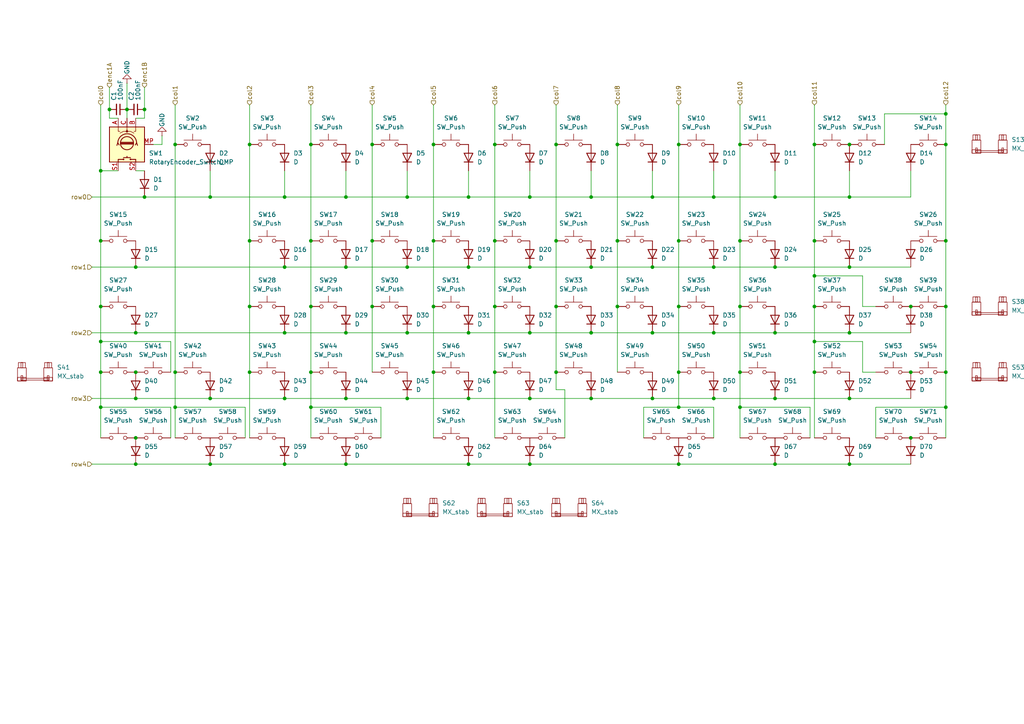
<source format=kicad_sch>
(kicad_sch (version 20250114) (generator "eeschema") (generator_version "9.0")
  (paper "A4")
  (title_block (title "LK52A") (date "2025-04-04") (rev "v1.00") (company "LambdaKB.dev") (comment 1 "https://lambdakb.dev/devices/lk52a/"))
  (junction (at 39.37 107.95))
  (junction (at 161.29 88.9))
  (junction (at 274.32 118.11))
  (junction (at 90.17 107.95))
  (junction (at 274.32 107.95))
  (junction (at 171.45 96.52))
  (junction (at 72.39 88.9))
  (junction (at 246.38 77.47))
  (junction (at 264.16 127))
  (junction (at 179.07 88.9))
  (junction (at 100.33 134.62))
  (junction (at 224.79 96.52))
  (junction (at 90.17 69.85))
  (junction (at 196.85 69.85))
  (junction (at 60.96 57.15))
  (junction (at 135.89 134.62))
  (junction (at 171.45 57.15))
  (junction (at 153.67 57.15))
  (junction (at 143.51 88.9))
  (junction (at 125.73 88.9))
  (junction (at 246.38 41.91))
  (junction (at 135.89 96.52))
  (junction (at 107.95 88.9))
  (junction (at 50.8 41.91))
  (junction (at 246.38 96.52))
  (junction (at 118.11 77.47))
  (junction (at 196.85 41.91))
  (junction (at 236.22 107.95))
  (junction (at 214.63 69.85))
  (junction (at 41.91 57.15))
  (junction (at 189.23 57.15))
  (junction (at 50.8 107.95))
  (junction (at 236.22 69.85))
  (junction (at 224.79 134.62))
  (junction (at 264.16 107.95))
  (junction (at 29.21 49.53))
  (junction (at 118.11 57.15))
  (junction (at 264.16 88.9))
  (junction (at 100.33 115.57))
  (junction (at 214.63 118.11))
  (junction (at 39.37 134.62))
  (junction (at 274.32 69.85))
  (junction (at 189.23 115.57))
  (junction (at 72.39 69.85))
  (junction (at 274.32 41.91))
  (junction (at 29.21 88.9))
  (junction (at 31.75 31.75))
  (junction (at 29.21 107.95))
  (junction (at 196.85 107.95))
  (junction (at 143.51 107.95))
  (junction (at 236.22 88.9))
  (junction (at 189.23 96.52))
  (junction (at 90.17 118.11))
  (junction (at 125.73 107.95))
  (junction (at 224.79 77.47))
  (junction (at 196.85 134.62))
  (junction (at 135.89 57.15))
  (junction (at 196.85 88.9))
  (junction (at 143.51 69.85))
  (junction (at 214.63 88.9))
  (junction (at 214.63 41.91))
  (junction (at 135.89 115.57))
  (junction (at 207.01 77.47))
  (junction (at 82.55 77.47))
  (junction (at 214.63 107.95))
  (junction (at 153.67 77.47))
  (junction (at 153.67 134.62))
  (junction (at 29.21 118.11))
  (junction (at 246.38 134.62))
  (junction (at 82.55 96.52))
  (junction (at 39.37 127))
  (junction (at 153.67 96.52))
  (junction (at 171.45 115.57))
  (junction (at 29.21 69.85))
  (junction (at 82.55 57.15))
  (junction (at 29.21 99.06))
  (junction (at 60.96 115.57))
  (junction (at 161.29 41.91))
  (junction (at 100.33 77.47))
  (junction (at 50.8 118.11))
  (junction (at 125.73 41.91))
  (junction (at 118.11 115.57))
  (junction (at 224.79 115.57))
  (junction (at 39.37 115.57))
  (junction (at 236.22 80.01))
  (junction (at 274.32 88.9))
  (junction (at 153.67 115.57))
  (junction (at 60.96 134.62))
  (junction (at 107.95 41.91))
  (junction (at 246.38 57.15))
  (junction (at 196.85 118.11))
  (junction (at 82.55 115.57))
  (junction (at 82.55 134.62))
  (junction (at 189.23 77.47))
  (junction (at 125.73 69.85))
  (junction (at 246.38 115.57))
  (junction (at 100.33 57.15))
  (junction (at 36.83 31.75))
  (junction (at 41.91 31.75))
  (junction (at 107.95 69.85))
  (junction (at 72.39 107.95))
  (junction (at 224.79 57.15))
  (junction (at 161.29 69.85))
  (junction (at 171.45 77.47))
  (junction (at 207.01 96.52))
  (junction (at 179.07 41.91))
  (junction (at 274.32 33.02))
  (junction (at 135.89 77.47))
  (junction (at 207.01 115.57))
  (junction (at 90.17 88.9))
  (junction (at 236.22 99.06))
  (junction (at 236.22 41.91))
  (junction (at 179.07 69.85))
  (junction (at 118.11 96.52))
  (junction (at 39.37 77.47))
  (junction (at 143.51 41.91))
  (junction (at 100.33 96.52))
  (junction (at 72.39 41.91))
  (junction (at 39.37 96.52))
  (junction (at 207.01 57.15))
  (junction (at 90.17 41.91))
  (junction (at 161.29 107.95))
  (wire (pts (xy 214.63 69.85) (xy 214.63 88.9)))
  (wire (pts (xy 143.51 41.91) (xy 143.51 69.85)))
  (wire (pts (xy 196.85 30.48) (xy 196.85 41.91)))
  (wire (pts (xy 274.32 118.11) (xy 254 118.11)))
  (wire (pts (xy 135.89 77.47) (xy 153.67 77.47)))
  (wire (pts (xy 224.79 49.53) (xy 224.79 57.15)))
  (wire (pts (xy 196.85 88.9) (xy 196.85 107.95)))
  (wire (pts (xy 72.39 107.95) (xy 72.39 127)))
  (wire (pts (xy 41.91 25.4) (xy 41.91 31.75)))
  (wire (pts (xy 161.29 41.91) (xy 161.29 69.85)))
  (wire (pts (xy 236.22 80.01) (xy 236.22 88.9)))
  (wire (pts (xy 196.85 107.95) (xy 196.85 118.11)))
  (wire (pts (xy 46.99 41.91) (xy 44.45 41.91)))
  (wire (pts (xy 72.39 69.85) (xy 72.39 88.9)))
  (wire (pts (xy 246.38 96.52) (xy 264.16 96.52)))
  (wire (pts (xy 256.54 33.02) (xy 256.54 41.91)))
  (wire (pts (xy 50.8 118.11) (xy 50.8 127)))
  (wire (pts (xy 214.63 88.9) (xy 214.63 107.95)))
  (wire (pts (xy 90.17 41.91) (xy 90.17 69.85)))
  (wire (pts (xy 236.22 99.06) (xy 250.19 99.06)))
  (wire (pts (xy 49.53 107.95) (xy 49.53 99.06)))
  (wire (pts (xy 118.11 77.47) (xy 135.89 77.47)))
  (wire (pts (xy 179.07 41.91) (xy 179.07 69.85)))
  (wire (pts (xy 153.67 49.53) (xy 153.67 57.15)))
  (wire (pts (xy 196.85 134.62) (xy 224.79 134.62)))
  (wire (pts (xy 207.01 96.52) (xy 224.79 96.52)))
  (wire (pts (xy 90.17 69.85) (xy 90.17 88.9)))
  (wire (pts (xy 125.73 107.95) (xy 125.73 127)))
  (wire (pts (xy 224.79 134.62) (xy 246.38 134.62)))
  (wire (pts (xy 236.22 107.95) (xy 236.22 127)))
  (wire (pts (xy 72.39 41.91) (xy 72.39 69.85)))
  (wire (pts (xy 207.01 77.47) (xy 224.79 77.47)))
  (wire (pts (xy 250.19 107.95) (xy 254 107.95)))
  (wire (pts (xy 236.22 99.06) (xy 236.22 107.95)))
  (wire (pts (xy 250.19 88.9) (xy 250.19 80.01)))
  (wire (pts (xy 118.11 49.53) (xy 118.11 57.15)))
  (wire (pts (xy 29.21 49.53) (xy 34.29 49.53)))
  (wire (pts (xy 143.51 69.85) (xy 143.51 88.9)))
  (wire (pts (xy 26.67 134.62) (xy 39.37 134.62)))
  (wire (pts (xy 90.17 118.11) (xy 90.17 127)))
  (wire (pts (xy 135.89 49.53) (xy 135.89 57.15)))
  (wire (pts (xy 135.89 134.62) (xy 153.67 134.62)))
  (wire (pts (xy 100.33 115.57) (xy 118.11 115.57)))
  (wire (pts (xy 50.8 118.11) (xy 71.12 118.11)))
  (wire (pts (xy 274.32 41.91) (xy 274.32 69.85)))
  (wire (pts (xy 189.23 96.52) (xy 207.01 96.52)))
  (wire (pts (xy 274.32 30.48) (xy 274.32 33.02)))
  (wire (pts (xy 234.95 127) (xy 234.95 118.11)))
  (wire (pts (xy 41.91 31.75) (xy 41.91 34.29)))
  (wire (pts (xy 135.89 57.15) (xy 153.67 57.15)))
  (wire (pts (xy 29.21 99.06) (xy 29.21 107.95)))
  (wire (pts (xy 250.19 99.06) (xy 250.19 107.95)))
  (wire (pts (xy 31.75 34.29) (xy 34.29 34.29)))
  (wire (pts (xy 107.95 69.85) (xy 107.95 88.9)))
  (wire (pts (xy 189.23 115.57) (xy 207.01 115.57)))
  (wire (pts (xy 36.83 24.13) (xy 36.83 31.75)))
  (wire (pts (xy 246.38 57.15) (xy 246.38 49.53)))
  (wire (pts (xy 214.63 118.11) (xy 214.63 127)))
  (wire (pts (xy 100.33 57.15) (xy 118.11 57.15)))
  (wire (pts (xy 82.55 96.52) (xy 100.33 96.52)))
  (wire (pts (xy 39.37 115.57) (xy 60.96 115.57)))
  (wire (pts (xy 153.67 57.15) (xy 171.45 57.15)))
  (wire (pts (xy 163.83 113.03) (xy 163.83 127)))
  (wire (pts (xy 39.37 77.47) (xy 82.55 77.47)))
  (wire (pts (xy 171.45 49.53) (xy 171.45 57.15)))
  (wire (pts (xy 90.17 30.48) (xy 90.17 41.91)))
  (wire (pts (xy 264.16 57.15) (xy 264.16 49.53)))
  (wire (pts (xy 189.23 49.53) (xy 189.23 57.15)))
  (wire (pts (xy 246.38 134.62) (xy 264.16 134.62)))
  (wire (pts (xy 100.33 134.62) (xy 135.89 134.62)))
  (wire (pts (xy 72.39 30.48) (xy 72.39 41.91)))
  (wire (pts (xy 60.96 115.57) (xy 82.55 115.57)))
  (wire (pts (xy 153.67 77.47) (xy 171.45 77.47)))
  (wire (pts (xy 143.51 88.9) (xy 143.51 107.95)))
  (wire (pts (xy 60.96 134.62) (xy 82.55 134.62)))
  (wire (pts (xy 82.55 49.53) (xy 82.55 57.15)))
  (wire (pts (xy 161.29 113.03) (xy 163.83 113.03)))
  (wire (pts (xy 153.67 96.52) (xy 171.45 96.52)))
  (wire (pts (xy 107.95 88.9) (xy 107.95 107.95)))
  (wire (pts (xy 274.32 88.9) (xy 274.32 107.95)))
  (wire (pts (xy 118.11 57.15) (xy 135.89 57.15)))
  (wire (pts (xy 50.8 30.48) (xy 50.8 41.91)))
  (wire (pts (xy 274.32 127) (xy 274.32 118.11)))
  (wire (pts (xy 29.21 88.9) (xy 29.21 99.06)))
  (wire (pts (xy 250.19 80.01) (xy 236.22 80.01)))
  (wire (pts (xy 179.07 88.9) (xy 179.07 107.95)))
  (wire (pts (xy 214.63 107.95) (xy 214.63 118.11)))
  (wire (pts (xy 207.01 57.15) (xy 224.79 57.15)))
  (wire (pts (xy 236.22 88.9) (xy 236.22 99.06)))
  (wire (pts (xy 41.91 57.15) (xy 60.96 57.15)))
  (wire (pts (xy 90.17 88.9) (xy 90.17 107.95)))
  (wire (pts (xy 107.95 41.91) (xy 107.95 69.85)))
  (wire (pts (xy 135.89 96.52) (xy 153.67 96.52)))
  (wire (pts (xy 236.22 30.48) (xy 236.22 41.91)))
  (wire (pts (xy 118.11 115.57) (xy 135.89 115.57)))
  (wire (pts (xy 49.53 99.06) (xy 29.21 99.06)))
  (wire (pts (xy 246.38 57.15) (xy 264.16 57.15)))
  (wire (pts (xy 236.22 41.91) (xy 236.22 69.85)))
  (wire (pts (xy 254 88.9) (xy 250.19 88.9)))
  (wire (pts (xy 49.53 118.11) (xy 29.21 118.11)))
  (wire (pts (xy 189.23 57.15) (xy 207.01 57.15)))
  (wire (pts (xy 125.73 69.85) (xy 125.73 88.9)))
  (wire (pts (xy 171.45 57.15) (xy 189.23 57.15)))
  (wire (pts (xy 82.55 77.47) (xy 100.33 77.47)))
  (wire (pts (xy 143.51 107.95) (xy 143.51 127)))
  (wire (pts (xy 39.37 134.62) (xy 60.96 134.62)))
  (wire (pts (xy 171.45 115.57) (xy 189.23 115.57)))
  (wire (pts (xy 161.29 69.85) (xy 161.29 88.9)))
  (wire (pts (xy 189.23 77.47) (xy 207.01 77.47)))
  (wire (pts (xy 50.8 41.91) (xy 50.8 107.95)))
  (wire (pts (xy 196.85 69.85) (xy 196.85 88.9)))
  (wire (pts (xy 90.17 118.11) (xy 110.49 118.11)))
  (wire (pts (xy 224.79 96.52) (xy 246.38 96.52)))
  (wire (pts (xy 161.29 107.95) (xy 161.29 113.03)))
  (wire (pts (xy 100.33 49.53) (xy 100.33 57.15)))
  (wire (pts (xy 60.96 57.15) (xy 82.55 57.15)))
  (wire (pts (xy 39.37 49.53) (xy 41.91 49.53)))
  (wire (pts (xy 256.54 33.02) (xy 274.32 33.02)))
  (wire (pts (xy 39.37 96.52) (xy 82.55 96.52)))
  (wire (pts (xy 49.53 127) (xy 49.53 118.11)))
  (wire (pts (xy 90.17 107.95) (xy 90.17 118.11)))
  (wire (pts (xy 161.29 88.9) (xy 161.29 107.95)))
  (wire (pts (xy 118.11 96.52) (xy 135.89 96.52)))
  (wire (pts (xy 71.12 127) (xy 71.12 118.11)))
  (wire (pts (xy 29.21 30.48) (xy 29.21 49.53)))
  (wire (pts (xy 143.51 30.48) (xy 143.51 41.91)))
  (wire (pts (xy 107.95 30.48) (xy 107.95 41.91)))
  (wire (pts (xy 274.32 33.02) (xy 274.32 41.91)))
  (wire (pts (xy 196.85 41.91) (xy 196.85 69.85)))
  (wire (pts (xy 26.67 115.57) (xy 39.37 115.57)))
  (wire (pts (xy 82.55 57.15) (xy 100.33 57.15)))
  (wire (pts (xy 236.22 69.85) (xy 236.22 80.01)))
  (wire (pts (xy 46.99 39.37) (xy 46.99 41.91)))
  (wire (pts (xy 29.21 49.53) (xy 29.21 69.85)))
  (wire (pts (xy 26.67 77.47) (xy 39.37 77.47)))
  (wire (pts (xy 246.38 77.47) (xy 264.16 77.47)))
  (wire (pts (xy 31.75 31.75) (xy 31.75 34.29)))
  (wire (pts (xy 29.21 107.95) (xy 29.21 118.11)))
  (wire (pts (xy 135.89 115.57) (xy 153.67 115.57)))
  (wire (pts (xy 207.01 118.11) (xy 196.85 118.11)))
  (wire (pts (xy 161.29 30.48) (xy 161.29 41.91)))
  (wire (pts (xy 31.75 25.4) (xy 31.75 31.75)))
  (wire (pts (xy 179.07 69.85) (xy 179.07 88.9)))
  (wire (pts (xy 100.33 96.52) (xy 118.11 96.52)))
  (wire (pts (xy 153.67 134.62) (xy 196.85 134.62)))
  (wire (pts (xy 29.21 69.85) (xy 29.21 88.9)))
  (wire (pts (xy 254 118.11) (xy 254 127)))
  (wire (pts (xy 207.01 127) (xy 207.01 118.11)))
  (wire (pts (xy 60.96 49.53) (xy 60.96 57.15)))
  (wire (pts (xy 82.55 115.57) (xy 100.33 115.57)))
  (wire (pts (xy 82.55 134.62) (xy 100.33 134.62)))
  (wire (pts (xy 224.79 115.57) (xy 246.38 115.57)))
  (wire (pts (xy 125.73 88.9) (xy 125.73 107.95)))
  (wire (pts (xy 246.38 115.57) (xy 264.16 115.57)))
  (wire (pts (xy 50.8 107.95) (xy 50.8 118.11)))
  (wire (pts (xy 26.67 96.52) (xy 39.37 96.52)))
  (wire (pts (xy 36.83 31.75) (xy 36.83 34.29)))
  (wire (pts (xy 214.63 118.11) (xy 234.95 118.11)))
  (wire (pts (xy 207.01 115.57) (xy 224.79 115.57)))
  (wire (pts (xy 171.45 77.47) (xy 189.23 77.47)))
  (wire (pts (xy 100.33 77.47) (xy 118.11 77.47)))
  (wire (pts (xy 41.91 34.29) (xy 39.37 34.29)))
  (wire (pts (xy 153.67 115.57) (xy 171.45 115.57)))
  (wire (pts (xy 224.79 77.47) (xy 246.38 77.47)))
  (wire (pts (xy 274.32 107.95) (xy 274.32 118.11)))
  (wire (pts (xy 274.32 69.85) (xy 274.32 88.9)))
  (wire (pts (xy 186.69 118.11) (xy 186.69 127)))
  (wire (pts (xy 26.67 57.15) (xy 41.91 57.15)))
  (wire (pts (xy 110.49 118.11) (xy 110.49 127)))
  (wire (pts (xy 125.73 30.48) (xy 125.73 41.91)))
  (wire (pts (xy 171.45 96.52) (xy 189.23 96.52)))
  (wire (pts (xy 224.79 57.15) (xy 246.38 57.15)))
  (wire (pts (xy 125.73 41.91) (xy 125.73 69.85)))
  (wire (pts (xy 214.63 30.48) (xy 214.63 41.91)))
  (wire (pts (xy 72.39 88.9) (xy 72.39 107.95)))
  (wire (pts (xy 214.63 41.91) (xy 214.63 69.85)))
  (wire (pts (xy 186.69 118.11) (xy 196.85 118.11)))
  (wire (pts (xy 179.07 30.48) (xy 179.07 41.91)))
  (wire (pts (xy 207.01 49.53) (xy 207.01 57.15)))
  (wire (pts (xy 29.21 118.11) (xy 29.21 127)))
  (hierarchical_label "col5" (shape input) (at 125.73 30.48 90))
  (hierarchical_label "row1" (shape input) (at 26.67 77.47 180))
  (hierarchical_label "col7" (shape input) (at 161.29 30.48 90))
  (hierarchical_label "row2" (shape input) (at 26.67 96.52 180))
  (hierarchical_label "col2" (shape input) (at 72.39 30.48 90))
  (hierarchical_label "col1" (shape input) (at 50.8 30.48 90))
  (hierarchical_label "col8" (shape input) (at 179.07 30.48 90))
  (hierarchical_label "col6" (shape input) (at 143.51 30.48 90))
  (hierarchical_label "col12" (shape input) (at 274.32 30.48 90))
  (hierarchical_label "col11" (shape input) (at 236.22 30.48 90))
  (hierarchical_label "row3" (shape input) (at 26.67 115.57 180))
  (hierarchical_label "col0" (shape input) (at 29.21 30.48 90))
  (hierarchical_label "row4" (shape input) (at 26.67 134.62 180))
  (hierarchical_label "col10" (shape input) (at 214.63 30.48 90))
  (hierarchical_label "row0" (shape input) (at 26.67 57.15 180))
  (hierarchical_label "col3" (shape input) (at 90.17 30.48 90))
  (hierarchical_label "col9" (shape input) (at 196.85 30.48 90))
  (hierarchical_label "col4" (shape input) (at 107.95 30.48 90))
  (hierarchical_label "enc1B" (shape input) (at 41.91 25.4 90))
  (hierarchical_label "enc1A" (shape input) (at 31.75 25.4 90))
  (symbol (lib_id "Switch:SW_Push") (at 219.71 41.91 0) (unit 1)
    (property "Reference" "SW11" (at 219.71 34.29 0))
    (property "Value" "SW_Push" (at 219.71 36.83 0))
    (property "Footprint" "LKBD_KeySwitch:SW_MX_HotSwap_nSilk" (effects (hide yes)))
    (property "Description" "Push button switch, generic, two pins" (effects (hide yes)))
    (property "JLC" "SMD,14.5x5.9mm" (effects (hide yes)))
    (property "JLCPosOffset" "-0.635,-3.81" (effects (hide yes)))
    (property "JLCRotOffset" "180" (effects (hide yes)))
    (property "LCSC" "C41430893" (effects (hide yes)))
  )
  (symbol (lib_id "Switch:SW_Push") (at 44.45 107.95 0) (mirror y) (unit 1)
    (property "Reference" "SW41" (at 44.45 100.33 0))
    (property "Value" "SW_Push" (at 44.45 102.87 0))
    (property "Footprint" "LKBD_KeySwitch:SW_MX_HotSwap_nSilk" (effects (hide yes)))
    (property "Description" "Push button switch, generic, two pins" (effects (hide yes)))
    (property "JLC" "SMD,14.5x5.9mm" (effects (hide yes)))
    (property "JLCPosOffset" "-0.635,-3.81" (effects (hide yes)))
    (property "JLCRotOffset" "180" (effects (hide yes)))
    (property "LCSC" "C41430893" (effects (hide yes)))
  )
  (symbol (lib_id "Switch:SW_Push") (at 269.24 41.91 0) (unit 1)
    (property "Reference" "SW14" (at 269.24 34.29 0))
    (property "Value" "SW_Push" (at 269.24 36.83 0))
    (property "Footprint" "LKBD_KeySwitch:SW_MX_HotSwap_nSilk" (effects (hide yes)))
    (property "Description" "Push button switch, generic, two pins" (effects (hide yes)))
    (property "JLC" "SMD,14.5x5.9mm" (effects (hide yes)))
    (property "JLCPosOffset" "-0.635,-3.81" (effects (hide yes)))
    (property "JLCRotOffset" "180" (effects (hide yes)))
    (property "LCSC" "C41430893" (effects (hide yes)))
  )
  (symbol (lib_id "Device:D") (at 224.79 130.81 90) (unit 1)
    (property "Reference" "D67" (at 227.33 129.5399 90) (effects (justify right)))
    (property "Value" "D" (at 227.33 132.0799 90) (effects (justify right)))
    (property "Footprint" "LKBD_Common:Diode_SMD_SOD-123_inSilk" (effects (hide yes)))
    (property "Description" "Diode" (effects (hide yes)))
    (property "Sim.Device" "D" (effects (hide yes)))
    (property "Sim.Pins" "1=K 2=A" (effects (hide yes)))
    (property "JLC" "SOD-123" (effects (hide yes)))
    (property "LCSC" "C81598" (effects (hide yes)))
  )
  (symbol (lib_id "Device:D") (at 196.85 130.81 90) (unit 1)
    (property "Reference" "D65" (at 199.39 129.5399 90) (effects (justify right)))
    (property "Value" "D" (at 199.39 132.0799 90) (effects (justify right)))
    (property "Footprint" "LKBD_Common:Diode_SMD_SOD-123_inSilk" (effects (hide yes)))
    (property "Description" "Diode" (effects (hide yes)))
    (property "Sim.Device" "D" (effects (hide yes)))
    (property "Sim.Pins" "1=K 2=A" (effects (hide yes)))
    (property "JLC" "SOD-123" (effects (hide yes)))
    (property "LCSC" "C81598" (effects (hide yes)))
  )
  (symbol (lib_id "Device:D") (at 171.45 45.72 90) (unit 1)
    (property "Reference" "D8" (at 173.99 44.4499 90) (effects (justify right)))
    (property "Value" "D" (at 173.99 46.9899 90) (effects (justify right)))
    (property "Footprint" "LKBD_Common:Diode_SMD_SOD-123_inSilk" (effects (hide yes)))
    (property "Description" "Diode" (effects (hide yes)))
    (property "Sim.Device" "D" (effects (hide yes)))
    (property "Sim.Pins" "1=K 2=A" (effects (hide yes)))
    (property "JLC" "SOD-123" (effects (hide yes)))
    (property "LCSC" "C81598" (effects (hide yes)))
  )
  (symbol (lib_id "Device:C_Small") (at 34.29 31.75 270) (mirror x) (unit 1)
    (property "Reference" "C1" (at 33.02 29.21 0) (effects (justify left)))
    (property "Value" "100nF" (at 34.925 29.21 0) (effects (justify left)))
    (property "Footprint" "LKBD_Common:Capacitor_SMD_1206_inSilk" (effects (hide yes)))
    (property "Description" "Unpolarized capacitor, small symbol" (effects (hide yes)))
    (property "LCSC" "C24497" (effects (hide yes)))
    (property "JLC" "1206" (effects (hide yes)))
  )
  (symbol (lib_id "Device:D") (at 224.79 73.66 90) (unit 1)
    (property "Reference" "D24" (at 227.33 72.3899 90) (effects (justify right)))
    (property "Value" "D" (at 227.33 74.9299 90) (effects (justify right)))
    (property "Footprint" "LKBD_Common:Diode_SMD_SOD-123_inSilk" (effects (hide yes)))
    (property "Description" "Diode" (effects (hide yes)))
    (property "Sim.Device" "D" (effects (hide yes)))
    (property "Sim.Pins" "1=K 2=A" (effects (hide yes)))
    (property "JLC" "SOD-123" (effects (hide yes)))
    (property "LCSC" "C81598" (effects (hide yes)))
  )
  (symbol (lib_id "Switch:SW_Push") (at 113.03 107.95 0) (unit 1)
    (property "Reference" "SW45" (at 113.03 100.33 0))
    (property "Value" "SW_Push" (at 113.03 102.87 0))
    (property "Footprint" "LKBD_KeySwitch:SW_MX_HotSwap_nSilk" (effects (hide yes)))
    (property "Description" "Push button switch, generic, two pins" (effects (hide yes)))
    (property "JLC" "SMD,14.5x5.9mm" (effects (hide yes)))
    (property "JLCPosOffset" "-0.635,-3.81" (effects (hide yes)))
    (property "JLCRotOffset" "180" (effects (hide yes)))
    (property "LCSC" "C41430893" (effects (hide yes)))
  )
  (symbol (lib_id "Device:D") (at 189.23 45.72 90) (unit 1)
    (property "Reference" "D9" (at 191.77 44.4499 90) (effects (justify right)))
    (property "Value" "D" (at 191.77 46.9899 90) (effects (justify right)))
    (property "Footprint" "LKBD_Common:Diode_SMD_SOD-123_inSilk" (effects (hide yes)))
    (property "Description" "Diode" (effects (hide yes)))
    (property "Sim.Device" "D" (effects (hide yes)))
    (property "Sim.Pins" "1=K 2=A" (effects (hide yes)))
    (property "JLC" "SOD-123" (effects (hide yes)))
    (property "LCSC" "C81598" (effects (hide yes)))
  )
  (symbol (lib_id "Switch:SW_Push") (at 166.37 88.9 0) (unit 1)
    (property "Reference" "SW33" (at 166.37 81.28 0))
    (property "Value" "SW_Push" (at 166.37 83.82 0))
    (property "Footprint" "LKBD_KeySwitch:SW_MX_HotSwap_nSilk" (effects (hide yes)))
    (property "Description" "Push button switch, generic, two pins" (effects (hide yes)))
    (property "JLC" "SMD,14.5x5.9mm" (effects (hide yes)))
    (property "JLCPosOffset" "-0.635,-3.81" (effects (hide yes)))
    (property "JLCRotOffset" "180" (effects (hide yes)))
    (property "LCSC" "C41430893" (effects (hide yes)))
  )
  (symbol (lib_id "Switch:SW_Push") (at 95.25 69.85 0) (unit 1)
    (property "Reference" "SW17" (at 95.25 62.23 0))
    (property "Value" "SW_Push" (at 95.25 64.77 0))
    (property "Footprint" "LKBD_KeySwitch:SW_MX_HotSwap_nSilk" (effects (hide yes)))
    (property "Description" "Push button switch, generic, two pins" (effects (hide yes)))
    (property "JLC" "SMD,14.5x5.9mm" (effects (hide yes)))
    (property "JLCPosOffset" "-0.635,-3.81" (effects (hide yes)))
    (property "JLCRotOffset" "180" (effects (hide yes)))
    (property "LCSC" "C41430893" (effects (hide yes)))
  )
  (symbol (lib_id "Device:D") (at 118.11 73.66 90) (unit 1)
    (property "Reference" "D18" (at 120.65 72.3899 90) (effects (justify right)))
    (property "Value" "D" (at 120.65 74.9299 90) (effects (justify right)))
    (property "Footprint" "LKBD_Common:Diode_SMD_SOD-123_inSilk" (effects (hide yes)))
    (property "Description" "Diode" (effects (hide yes)))
    (property "Sim.Device" "D" (effects (hide yes)))
    (property "Sim.Pins" "1=K 2=A" (effects (hide yes)))
    (property "JLC" "SOD-123" (effects (hide yes)))
    (property "LCSC" "C81598" (effects (hide yes)))
  )
  (symbol (lib_id "Device:D") (at 82.55 111.76 90) (unit 1)
    (property "Reference" "D43" (at 85.09 110.4899 90) (effects (justify right)))
    (property "Value" "D" (at 85.09 113.0299 90) (effects (justify right)))
    (property "Footprint" "LKBD_Common:Diode_SMD_SOD-123_inSilk" (effects (hide yes)))
    (property "Description" "Diode" (effects (hide yes)))
    (property "Sim.Device" "D" (effects (hide yes)))
    (property "Sim.Pins" "1=K 2=A" (effects (hide yes)))
    (property "JLC" "SOD-123" (effects (hide yes)))
    (property "LCSC" "C81598" (effects (hide yes)))
  )
  (symbol (lib_id "Device:D") (at 264.16 130.81 90) (unit 1)
    (property "Reference" "D70" (at 266.7 129.5399 90) (effects (justify right)))
    (property "Value" "D" (at 266.7 132.0799 90) (effects (justify right)))
    (property "Footprint" "LKBD_Common:Diode_SMD_SOD-123_inSilk" (effects (hide yes)))
    (property "Description" "Diode" (effects (hide yes)))
    (property "Sim.Device" "D" (effects (hide yes)))
    (property "Sim.Pins" "1=K 2=A" (effects (hide yes)))
    (property "JLC" "SOD-123" (effects (hide yes)))
    (property "LCSC" "C81598" (effects (hide yes)))
  )
  (symbol (lib_id "Device:D") (at 207.01 92.71 90) (unit 1)
    (property "Reference" "D35" (at 209.55 91.4399 90) (effects (justify right)))
    (property "Value" "D" (at 209.55 93.9799 90) (effects (justify right)))
    (property "Footprint" "LKBD_Common:Diode_SMD_SOD-123_inSilk" (effects (hide yes)))
    (property "Description" "Diode" (effects (hide yes)))
    (property "Sim.Device" "D" (effects (hide yes)))
    (property "Sim.Pins" "1=K 2=A" (effects (hide yes)))
    (property "JLC" "SOD-123" (effects (hide yes)))
    (property "LCSC" "C81598" (effects (hide yes)))
  )
  (symbol (lib_id "Device:D") (at 82.55 92.71 90) (unit 1)
    (property "Reference" "D28" (at 85.09 91.44 90) (effects (justify right)))
    (property "Value" "D" (at 85.09 93.9799 90) (effects (justify right)))
    (property "Footprint" "LKBD_Common:Diode_SMD_SOD-123_inSilk" (effects (hide yes)))
    (property "Description" "Diode" (effects (hide yes)))
    (property "Sim.Device" "D" (effects (hide yes)))
    (property "Sim.Pins" "1=K 2=A" (effects (hide yes)))
    (property "JLC" "SOD-123" (effects (hide yes)))
    (property "LCSC" "C81598" (effects (hide yes)))
  )
  (symbol (lib_id "Switch:SW_Push") (at 148.59 88.9 0) (unit 1)
    (property "Reference" "SW32" (at 148.59 81.28 0))
    (property "Value" "SW_Push" (at 148.59 83.82 0))
    (property "Footprint" "LKBD_KeySwitch:SW_MX_HotSwap_nSilk" (effects (hide yes)))
    (property "Description" "Push button switch, generic, two pins" (effects (hide yes)))
    (property "JLC" "SMD,14.5x5.9mm" (effects (hide yes)))
    (property "JLCPosOffset" "-0.635,-3.81" (effects (hide yes)))
    (property "JLCRotOffset" "180" (effects (hide yes)))
    (property "LCSC" "C41430893" (effects (hide yes)))
  )
  (symbol (lib_id "Device:D") (at 246.38 92.71 90) (unit 1)
    (property "Reference" "D37" (at 248.92 91.4399 90) (effects (justify right)))
    (property "Value" "D" (at 248.92 93.9799 90) (effects (justify right)))
    (property "Footprint" "LKBD_Common:Diode_SMD_SOD-123_inSilk" (effects (hide yes)))
    (property "Description" "Diode" (effects (hide yes)))
    (property "Sim.Device" "D" (effects (hide yes)))
    (property "Sim.Pins" "1=K 2=A" (effects (hide yes)))
    (property "JLC" "SOD-123" (effects (hide yes)))
    (property "LCSC" "C81598" (effects (hide yes)))
  )
  (symbol (lib_id "Switch:SW_Push") (at 219.71 127 0) (unit 1)
    (property "Reference" "SW67" (at 219.71 119.38 0))
    (property "Value" "SW_Push" (at 219.71 121.92 0))
    (property "Footprint" "LKBD_KeySwitch:SW_MX_HotSwap_nSilk" (effects (hide yes)))
    (property "Description" "Push button switch, generic, two pins" (effects (hide yes)))
    (property "JLC" "SMD,14.5x5.9mm" (effects (hide yes)))
    (property "JLCPosOffset" "-0.635,-3.81" (effects (hide yes)))
    (property "JLCRotOffset" "180" (effects (hide yes)))
    (property "LCSC" "C41430893" (effects (hide yes)))
  )
  (symbol (lib_id "Switch:SW_Push") (at 269.24 69.85 0) (mirror y) (unit 1)
    (property "Reference" "SW26" (at 269.24 62.23 0))
    (property "Value" "SW_Push" (at 269.24 64.77 0))
    (property "Footprint" "LKBD_KeySwitch:SW_MX_HotSwap_nSilk" (effects (hide yes)))
    (property "Description" "Push button switch, generic, two pins" (effects (hide yes)))
    (property "JLC" "SMD,14.5x5.9mm" (effects (hide yes)))
    (property "JLCPosOffset" "-0.635,-3.81" (effects (hide yes)))
    (property "JLCRotOffset" "180" (effects (hide yes)))
    (property "LCSC" "C41430893" (effects (hide yes)))
  )
  (symbol (lib_id "Switch:SW_Push") (at 95.25 127 0) (mirror y) (unit 1)
    (property "Reference" "SW60" (at 95.25 119.38 0))
    (property "Value" "SW_Push" (at 95.25 121.92 0))
    (property "Footprint" "LKBD_KeySwitch:SW_MX_HotSwap_nSilk" (effects (hide yes)))
    (property "Description" "Push button switch, generic, two pins" (effects (hide yes)))
    (property "JLC" "SMD,14.5x5.9mm" (effects (hide yes)))
    (property "JLCPosOffset" "-0.635,-3.81" (effects (hide yes)))
    (property "JLCRotOffset" "180" (effects (hide yes)))
    (property "LCSC" "C41430893" (effects (hide yes)))
  )
  (symbol (lib_id "Switch:SW_Push") (at 201.93 88.9 0) (unit 1)
    (property "Reference" "SW35" (at 201.93 81.28 0))
    (property "Value" "SW_Push" (at 201.93 83.82 0))
    (property "Footprint" "LKBD_KeySwitch:SW_MX_HotSwap_nSilk" (effects (hide yes)))
    (property "Description" "Push button switch, generic, two pins" (effects (hide yes)))
    (property "JLC" "SMD,14.5x5.9mm" (effects (hide yes)))
    (property "JLCPosOffset" "-0.635,-3.81" (effects (hide yes)))
    (property "JLCRotOffset" "180" (effects (hide yes)))
    (property "LCSC" "C41430893" (effects (hide yes)))
  )
  (symbol (lib_id "Switch:SW_Push") (at 201.93 69.85 0) (unit 1)
    (property "Reference" "SW23" (at 201.93 62.23 0))
    (property "Value" "SW_Push" (at 201.93 64.77 0))
    (property "Footprint" "LKBD_KeySwitch:SW_MX_HotSwap_nSilk" (effects (hide yes)))
    (property "Description" "Push button switch, generic, two pins" (effects (hide yes)))
    (property "JLC" "SMD,14.5x5.9mm" (effects (hide yes)))
    (property "JLCPosOffset" "-0.635,-3.81" (effects (hide yes)))
    (property "JLCRotOffset" "180" (effects (hide yes)))
    (property "LCSC" "C41430893" (effects (hide yes)))
  )
  (symbol (lib_id "Device:D") (at 135.89 73.66 90) (unit 1)
    (property "Reference" "D19" (at 138.43 72.3899 90) (effects (justify right)))
    (property "Value" "D" (at 138.43 74.9299 90) (effects (justify right)))
    (property "Footprint" "LKBD_Common:Diode_SMD_SOD-123_inSilk" (effects (hide yes)))
    (property "Description" "Diode" (effects (hide yes)))
    (property "Sim.Device" "D" (effects (hide yes)))
    (property "Sim.Pins" "1=K 2=A" (effects (hide yes)))
    (property "JLC" "SOD-123" (effects (hide yes)))
    (property "LCSC" "C81598" (effects (hide yes)))
  )
  (symbol (lib_id "Switch:SW_Push") (at 201.93 127 0) (mirror y) (unit 1)
    (property "Reference" "SW66" (at 201.93 119.38 0))
    (property "Value" "SW_Push" (at 201.93 121.92 0))
    (property "Footprint" "LKBD_KeySwitch:SW_MX_HotSwap_nSilk" (effects (hide yes)))
    (property "Description" "Push button switch, generic, two pins" (effects (hide yes)))
    (property "JLC" "SMD,14.5x5.9mm" (effects (hide yes)))
    (property "JLCPosOffset" "-0.635,-3.81" (effects (hide yes)))
    (property "JLCRotOffset" "180" (effects (hide yes)))
    (property "LCSC" "C41430893" (effects (hide yes)))
  )
  (symbol (lib_id "Device:D") (at 224.79 111.76 90) (unit 1)
    (property "Reference" "D51" (at 227.33 110.4899 90) (effects (justify right)))
    (property "Value" "D" (at 227.33 113.0299 90) (effects (justify right)))
    (property "Footprint" "LKBD_Common:Diode_SMD_SOD-123_inSilk" (effects (hide yes)))
    (property "Description" "Diode" (effects (hide yes)))
    (property "Sim.Device" "D" (effects (hide yes)))
    (property "Sim.Pins" "1=K 2=A" (effects (hide yes)))
    (property "JLC" "SOD-123" (effects (hide yes)))
    (property "LCSC" "C81598" (effects (hide yes)))
  )
  (symbol (lib_id "Switch:SW_Push") (at 130.81 41.91 0) (unit 1)
    (property "Reference" "SW6" (at 130.81 34.29 0))
    (property "Value" "SW_Push" (at 130.81 36.83 0))
    (property "Footprint" "LKBD_KeySwitch:SW_MX_HotSwap_nSilk" (effects (hide yes)))
    (property "Description" "Push button switch, generic, two pins" (effects (hide yes)))
    (property "JLC" "SMD,14.5x5.9mm" (effects (hide yes)))
    (property "JLCPosOffset" "-0.635,-3.81" (effects (hide yes)))
    (property "JLCRotOffset" "180" (effects (hide yes)))
    (property "LCSC" "C41430893" (effects (hide yes)))
  )
  (symbol (lib_id "Device:D") (at 207.01 73.66 90) (unit 1)
    (property "Reference" "D23" (at 209.55 72.3899 90) (effects (justify right)))
    (property "Value" "D" (at 209.55 74.9299 90) (effects (justify right)))
    (property "Footprint" "LKBD_Common:Diode_SMD_SOD-123_inSilk" (effects (hide yes)))
    (property "Description" "Diode" (effects (hide yes)))
    (property "Sim.Device" "D" (effects (hide yes)))
    (property "Sim.Pins" "1=K 2=A" (effects (hide yes)))
    (property "JLC" "SOD-123" (effects (hide yes)))
    (property "LCSC" "C81598" (effects (hide yes)))
  )
  (symbol (lib_id "Device:D") (at 135.89 111.76 90) (unit 1)
    (property "Reference" "D46" (at 138.43 110.4899 90) (effects (justify right)))
    (property "Value" "D" (at 138.43 113.0299 90) (effects (justify right)))
    (property "Footprint" "LKBD_Common:Diode_SMD_SOD-123_inSilk" (effects (hide yes)))
    (property "Description" "Diode" (effects (hide yes)))
    (property "Sim.Device" "D" (effects (hide yes)))
    (property "Sim.Pins" "1=K 2=A" (effects (hide yes)))
    (property "JLC" "SOD-123" (effects (hide yes)))
    (property "LCSC" "C81598" (effects (hide yes)))
  )
  (symbol (lib_id "Switch:SW_Push") (at 130.81 88.9 0) (unit 1)
    (property "Reference" "SW31" (at 130.81 81.28 0))
    (property "Value" "SW_Push" (at 130.81 83.82 0))
    (property "Footprint" "LKBD_KeySwitch:SW_MX_HotSwap_nSilk" (effects (hide yes)))
    (property "Description" "Push button switch, generic, two pins" (effects (hide yes)))
    (property "JLC" "SMD,14.5x5.9mm" (effects (hide yes)))
    (property "JLCPosOffset" "-0.635,-3.81" (effects (hide yes)))
    (property "JLCRotOffset" "180" (effects (hide yes)))
    (property "LCSC" "C41430893" (effects (hide yes)))
  )
  (symbol (lib_id "Device:D") (at 118.11 45.72 90) (unit 1)
    (property "Reference" "D5" (at 120.65 44.4499 90) (effects (justify right)))
    (property "Value" "D" (at 120.65 46.9899 90) (effects (justify right)))
    (property "Footprint" "LKBD_Common:Diode_SMD_SOD-123_inSilk" (effects (hide yes)))
    (property "Description" "Diode" (effects (hide yes)))
    (property "Sim.Device" "D" (effects (hide yes)))
    (property "Sim.Pins" "1=K 2=A" (effects (hide yes)))
    (property "JLC" "SOD-123" (effects (hide yes)))
    (property "LCSC" "C81598" (effects (hide yes)))
  )
  (symbol (lib_id "Device:D") (at 39.37 111.76 90) (unit 1)
    (property "Reference" "D40" (at 41.91 110.4899 90) (effects (justify right)))
    (property "Value" "D" (at 41.91 113.0299 90) (effects (justify right)))
    (property "Footprint" "LKBD_Common:Diode_SMD_SOD-123_inSilk" (effects (hide yes)))
    (property "Description" "Diode" (effects (hide yes)))
    (property "Sim.Device" "D" (effects (hide yes)))
    (property "Sim.Pins" "1=K 2=A" (effects (hide yes)))
    (property "JLC" "SOD-123" (effects (hide yes)))
    (property "LCSC" "C81598" (effects (hide yes)))
  )
  (symbol (lib_id "Switch:SW_Push") (at 184.15 107.95 0) (unit 1)
    (property "Reference" "SW49" (at 184.15 100.33 0))
    (property "Value" "SW_Push" (at 184.15 102.87 0))
    (property "Footprint" "LKBD_KeySwitch:SW_MX_HotSwap_nSilk" (effects (hide yes)))
    (property "Description" "Push button switch, generic, two pins" (effects (hide yes)))
    (property "JLC" "SMD,14.5x5.9mm" (effects (hide yes)))
    (property "JLCPosOffset" "-0.635,-3.81" (effects (hide yes)))
    (property "JLCRotOffset" "180" (effects (hide yes)))
    (property "LCSC" "C41430893" (effects (hide yes)))
  )
  (symbol (lib_id "marbastlib-mx:MX_stab") (at 10.16 107.95 0) (unit 1)
    (property "Reference" "S41" (at 16.51 106.5529 0) (effects (justify left)))
    (property "Value" "MX_stab" (at 16.51 109.0929 0) (effects (justify left)))
    (property "Footprint" "LKBD_StabMX:Stabilizer_MX_2U" (effects (hide yes)))
    (property "Description" "Cherry MX-style stabilizer" (effects (hide yes)))
  )
  (symbol (lib_id "Switch:SW_Push") (at 259.08 127 0) (mirror y) (unit 1)
    (property "Reference" "SW70" (at 259.08 119.38 0))
    (property "Value" "SW_Push" (at 259.08 121.92 0))
    (property "Footprint" "LKBD_KeySwitch:SW_MX_HotSwap_nSilk" (effects (hide yes)))
    (property "Description" "Push button switch, generic, two pins" (effects (hide yes)))
    (property "JLC" "SMD,14.5x5.9mm" (effects (hide yes)))
    (property "JLCPosOffset" "-0.635,-3.81" (effects (hide yes)))
    (property "JLCRotOffset" "180" (effects (hide yes)))
    (property "LCSC" "C41430893" (effects (hide yes)))
  )
  (symbol (lib_id "Switch:SW_Push") (at 148.59 127 0) (unit 1)
    (property "Reference" "SW63" (at 148.59 119.38 0))
    (property "Value" "SW_Push" (at 148.59 121.92 0))
    (property "Footprint" "LKBD_KeySwitch:SW_MX_HotSwap_nSilk" (effects (hide yes)))
    (property "Description" "Push button switch, generic, two pins" (effects (hide yes)))
    (property "JLC" "SMD,14.5x5.9mm" (effects (hide yes)))
    (property "JLCPosOffset" "-0.635,-3.81" (effects (hide yes)))
    (property "JLCRotOffset" "180" (effects (hide yes)))
    (property "LCSC" "C41430893" (effects (hide yes)))
  )
  (symbol (lib_id "marbastlib-mx:MX_stab") (at 121.92 147.32 0) (unit 1)
    (property "Reference" "S62" (at 128.27 145.9229 0) (effects (justify left)))
    (property "Value" "MX_stab" (at 128.27 148.4629 0) (effects (justify left)))
    (property "Footprint" "LKBD_StabMX:Stabilizer_MX_2U" (effects (hide yes)))
    (property "Description" "Cherry MX-style stabilizer" (effects (hide yes)))
  )
  (symbol (lib_id "Device:D") (at 189.23 111.76 90) (unit 1)
    (property "Reference" "D49" (at 191.77 110.4899 90) (effects (justify right)))
    (property "Value" "D" (at 191.77 113.0299 90) (effects (justify right)))
    (property "Footprint" "LKBD_Common:Diode_SMD_SOD-123_inSilk" (effects (hide yes)))
    (property "Description" "Diode" (effects (hide yes)))
    (property "Sim.Device" "D" (effects (hide yes)))
    (property "Sim.Pins" "1=K 2=A" (effects (hide yes)))
    (property "JLC" "SOD-123" (effects (hide yes)))
    (property "LCSC" "C81598" (effects (hide yes)))
  )
  (symbol (lib_id "Switch:SW_Push") (at 55.88 41.91 0) (unit 1)
    (property "Reference" "SW2" (at 55.88 34.29 0))
    (property "Value" "SW_Push" (at 55.88 36.83 0))
    (property "Footprint" "LKBD_KeySwitch:SW_MX_HotSwap_nSilk" (effects (hide yes)))
    (property "Description" "Push button switch, generic, two pins" (effects (hide yes)))
    (property "JLC" "SMD,14.5x5.9mm" (effects (hide yes)))
    (property "JLCPosOffset" "-0.635,-3.81" (effects (hide yes)))
    (property "JLCRotOffset" "180" (effects (hide yes)))
    (property "LCSC" "C41430893" (effects (hide yes)))
  )
  (symbol (lib_id "Device:D") (at 135.89 92.71 90) (unit 1)
    (property "Reference" "D31" (at 138.43 91.4399 90) (effects (justify right)))
    (property "Value" "D" (at 138.43 93.9799 90) (effects (justify right)))
    (property "Footprint" "LKBD_Common:Diode_SMD_SOD-123_inSilk" (effects (hide yes)))
    (property "Description" "Diode" (effects (hide yes)))
    (property "Sim.Device" "D" (effects (hide yes)))
    (property "Sim.Pins" "1=K 2=A" (effects (hide yes)))
    (property "JLC" "SOD-123" (effects (hide yes)))
    (property "LCSC" "C81598" (effects (hide yes)))
  )
  (symbol (lib_id "Switch:SW_Push") (at 241.3 107.95 0) (mirror y) (unit 1)
    (property "Reference" "SW52" (at 241.3 100.33 0))
    (property "Value" "SW_Push" (at 241.3 102.87 0))
    (property "Footprint" "LKBD_KeySwitch:SW_MX_HotSwap_nSilk" (effects (hide yes)))
    (property "Description" "Push button switch, generic, two pins" (effects (hide yes)))
    (property "JLC" "SMD,14.5x5.9mm" (effects (hide yes)))
    (property "JLCPosOffset" "-0.635,-3.81" (effects (hide yes)))
    (property "JLCRotOffset" "180" (effects (hide yes)))
    (property "LCSC" "C41430893" (effects (hide yes)))
  )
  (symbol (lib_id "Switch:SW_Push") (at 184.15 88.9 0) (unit 1)
    (property "Reference" "SW34" (at 184.15 81.28 0))
    (property "Value" "SW_Push" (at 184.15 83.82 0))
    (property "Footprint" "LKBD_KeySwitch:SW_MX_HotSwap_nSilk" (effects (hide yes)))
    (property "Description" "Push button switch, generic, two pins" (effects (hide yes)))
    (property "JLC" "SMD,14.5x5.9mm" (effects (hide yes)))
    (property "JLCPosOffset" "-0.635,-3.81" (effects (hide yes)))
    (property "JLCRotOffset" "180" (effects (hide yes)))
    (property "LCSC" "C41430893" (effects (hide yes)))
  )
  (symbol (lib_id "Device:D") (at 100.33 92.71 90) (unit 1)
    (property "Reference" "D29" (at 102.87 91.4399 90) (effects (justify right)))
    (property "Value" "D" (at 102.87 93.9799 90) (effects (justify right)))
    (property "Footprint" "LKBD_Common:Diode_SMD_SOD-123_inSilk" (effects (hide yes)))
    (property "Description" "Diode" (effects (hide yes)))
    (property "Sim.Device" "D" (effects (hide yes)))
    (property "Sim.Pins" "1=K 2=A" (effects (hide yes)))
    (property "JLC" "SOD-123" (effects (hide yes)))
    (property "LCSC" "C81598" (effects (hide yes)))
  )
  (symbol (lib_id "Device:D") (at 60.96 45.72 90) (unit 1)
    (property "Reference" "D2" (at 63.5 44.4499 90) (effects (justify right)))
    (property "Value" "D" (at 63.5 46.9899 90) (effects (justify right)))
    (property "Footprint" "LKBD_Common:Diode_SMD_SOD-123_inSilk" (effects (hide yes)))
    (property "Description" "Diode" (effects (hide yes)))
    (property "Sim.Device" "D" (effects (hide yes)))
    (property "Sim.Pins" "1=K 2=A" (effects (hide yes)))
    (property "JLC" "SOD-123" (effects (hide yes)))
    (property "LCSC" "C81598" (effects (hide yes)))
  )
  (symbol (lib_id "power:GND") (at 46.99 39.37 180) (unit 1)
    (property "Reference" "#PWR016" (effects (hide yes)))
    (property "Value" "GND" (at 46.99 36.83 90) (effects (justify right)))
    (property "Description" "Power symbol creates a global label with name \"GND\" , ground" (effects (hide yes)))
  )
  (symbol (lib_id "Switch:SW_Push") (at 229.87 127 0) (mirror y) (unit 1)
    (property "Reference" "SW68" (at 229.87 119.38 0))
    (property "Value" "SW_Push" (at 229.87 121.92 0))
    (property "Footprint" "LKBD_KeySwitch:SW_MX_HotSwap_nSilk" (effects (hide yes)))
    (property "Description" "Push button switch, generic, two pins" (effects (hide yes)))
    (property "JLC" "SMD,14.5x5.9mm" (effects (hide yes)))
    (property "JLCPosOffset" "-0.635,-3.81" (effects (hide yes)))
    (property "JLCRotOffset" "180" (effects (hide yes)))
    (property "LCSC" "C41430893" (effects (hide yes)))
  )
  (symbol (lib_id "Switch:SW_Push") (at 113.03 69.85 0) (unit 1)
    (property "Reference" "SW18" (at 113.03 62.23 0))
    (property "Value" "SW_Push" (at 113.03 64.77 0))
    (property "Footprint" "LKBD_KeySwitch:SW_MX_HotSwap_nSilk" (effects (hide yes)))
    (property "Description" "Push button switch, generic, two pins" (effects (hide yes)))
    (property "JLC" "SMD,14.5x5.9mm" (effects (hide yes)))
    (property "JLCPosOffset" "-0.635,-3.81" (effects (hide yes)))
    (property "JLCRotOffset" "180" (effects (hide yes)))
    (property "LCSC" "C41430893" (effects (hide yes)))
  )
  (symbol (lib_id "Switch:SW_Push") (at 105.41 127 0) (mirror y) (unit 1)
    (property "Reference" "SW61" (at 105.41 119.38 0))
    (property "Value" "SW_Push" (at 105.41 121.92 0))
    (property "Footprint" "LKBD_KeySwitch:SW_MX_HotSwap_nSilk" (effects (hide yes)))
    (property "Description" "Push button switch, generic, two pins" (effects (hide yes)))
    (property "JLC" "SMD,14.5x5.9mm" (effects (hide yes)))
    (property "JLCPosOffset" "-0.635,-3.81" (effects (hide yes)))
    (property "JLCRotOffset" "180" (effects (hide yes)))
    (property "LCSC" "C41430893" (effects (hide yes)))
  )
  (symbol (lib_id "Switch:SW_Push") (at 77.47 41.91 0) (unit 1)
    (property "Reference" "SW3" (at 77.47 34.29 0))
    (property "Value" "SW_Push" (at 77.47 36.83 0))
    (property "Footprint" "LKBD_KeySwitch:SW_MX_HotSwap_nSilk" (effects (hide yes)))
    (property "Description" "Push button switch, generic, two pins" (effects (hide yes)))
    (property "JLC" "SMD,14.5x5.9mm" (effects (hide yes)))
    (property "JLCPosOffset" "-0.635,-3.81" (effects (hide yes)))
    (property "JLCRotOffset" "180" (effects (hide yes)))
    (property "LCSC" "C41430893" (effects (hide yes)))
  )
  (symbol (lib_id "Switch:SW_Push") (at 130.81 69.85 0) (unit 1)
    (property "Reference" "SW19" (at 130.81 62.23 0))
    (property "Value" "SW_Push" (at 130.81 64.77 0))
    (property "Footprint" "LKBD_KeySwitch:SW_MX_HotSwap_nSilk" (effects (hide yes)))
    (property "Description" "Push button switch, generic, two pins" (effects (hide yes)))
    (property "JLC" "SMD,14.5x5.9mm" (effects (hide yes)))
    (property "JLCPosOffset" "-0.635,-3.81" (effects (hide yes)))
    (property "JLCRotOffset" "180" (effects (hide yes)))
    (property "LCSC" "C41430893" (effects (hide yes)))
  )
  (symbol (lib_id "Switch:SW_Push") (at 184.15 41.91 0) (unit 1)
    (property "Reference" "SW9" (at 184.15 34.29 0))
    (property "Value" "SW_Push" (at 184.15 36.83 0))
    (property "Footprint" "LKBD_KeySwitch:SW_MX_HotSwap_nSilk" (effects (hide yes)))
    (property "Description" "Push button switch, generic, two pins" (effects (hide yes)))
    (property "JLC" "SMD,14.5x5.9mm" (effects (hide yes)))
    (property "JLCPosOffset" "-0.635,-3.81" (effects (hide yes)))
    (property "JLCRotOffset" "180" (effects (hide yes)))
    (property "LCSC" "C41430893" (effects (hide yes)))
  )
  (symbol (lib_id "Switch:SW_Push") (at 95.25 41.91 0) (unit 1)
    (property "Reference" "SW4" (at 95.25 34.29 0))
    (property "Value" "SW_Push" (at 95.25 36.83 0))
    (property "Footprint" "LKBD_KeySwitch:SW_MX_HotSwap_nSilk" (effects (hide yes)))
    (property "Description" "Push button switch, generic, two pins" (effects (hide yes)))
    (property "JLC" "SMD,14.5x5.9mm" (effects (hide yes)))
    (property "JLCPosOffset" "-0.635,-3.81" (effects (hide yes)))
    (property "JLCRotOffset" "180" (effects (hide yes)))
    (property "LCSC" "C41430893" (effects (hide yes)))
  )
  (symbol (lib_id "Device:D") (at 60.96 130.81 90) (unit 1)
    (property "Reference" "D57" (at 63.5 129.5399 90) (effects (justify right)))
    (property "Value" "D" (at 63.5 132.0799 90) (effects (justify right)))
    (property "Footprint" "LKBD_Common:Diode_SMD_SOD-123_inSilk" (effects (hide yes)))
    (property "Description" "Diode" (effects (hide yes)))
    (property "Sim.Device" "D" (effects (hide yes)))
    (property "Sim.Pins" "1=K 2=A" (effects (hide yes)))
    (property "JLC" "SOD-123" (effects (hide yes)))
    (property "LCSC" "C81598" (effects (hide yes)))
  )
  (symbol (lib_id "Device:D") (at 171.45 111.76 90) (unit 1)
    (property "Reference" "D48" (at 173.99 110.4899 90) (effects (justify right)))
    (property "Value" "D" (at 173.99 113.0299 90) (effects (justify right)))
    (property "Footprint" "LKBD_Common:Diode_SMD_SOD-123_inSilk" (effects (hide yes)))
    (property "Description" "Diode" (effects (hide yes)))
    (property "Sim.Device" "D" (effects (hide yes)))
    (property "Sim.Pins" "1=K 2=A" (effects (hide yes)))
    (property "JLC" "SOD-123" (effects (hide yes)))
    (property "LCSC" "C81598" (effects (hide yes)))
  )
  (symbol (lib_id "Device:D") (at 41.91 53.34 90) (unit 1)
    (property "Reference" "D1" (at 44.45 52.0699 90) (effects (justify right)))
    (property "Value" "D" (at 44.45 54.6099 90) (effects (justify right)))
    (property "Footprint" "LKBD_Common:Diode_SMD_SOD-123_inSilk" (effects (hide yes)))
    (property "Description" "Diode" (effects (hide yes)))
    (property "Sim.Device" "D" (effects (hide yes)))
    (property "Sim.Pins" "1=K 2=A" (effects (hide yes)))
    (property "JLC" "SOD-123" (effects (hide yes)))
    (property "LCSC" "C81598" (effects (hide yes)))
  )
  (symbol (lib_id "Switch:SW_Push") (at 77.47 127 0) (mirror y) (unit 1)
    (property "Reference" "SW59" (at 77.47 119.38 0))
    (property "Value" "SW_Push" (at 77.47 121.92 0))
    (property "Footprint" "LKBD_KeySwitch:SW_MX_HotSwap_nSilk" (effects (hide yes)))
    (property "Description" "Push button switch, generic, two pins" (effects (hide yes)))
    (property "JLC" "SMD,14.5x5.9mm" (effects (hide yes)))
    (property "JLCPosOffset" "-0.635,-3.81" (effects (hide yes)))
    (property "JLCRotOffset" "180" (effects (hide yes)))
    (property "LCSC" "C41430893" (effects (hide yes)))
  )
  (symbol (lib_id "Switch:SW_Push") (at 269.24 88.9 0) (mirror y) (unit 1)
    (property "Reference" "SW39" (at 269.24 81.28 0))
    (property "Value" "SW_Push" (at 269.24 83.82 0))
    (property "Footprint" "LKBD_KeySwitch:SW_MX_HotSwap_nSilk" (effects (hide yes)))
    (property "Description" "Push button switch, generic, two pins" (effects (hide yes)))
    (property "JLC" "SMD,14.5x5.9mm" (effects (hide yes)))
    (property "JLCPosOffset" "-0.635,-3.81" (effects (hide yes)))
    (property "JLCRotOffset" "180" (effects (hide yes)))
    (property "LCSC" "C41430893" (effects (hide yes)))
  )
  (symbol (lib_id "Switch:SW_Push") (at 269.24 107.95 0) (mirror y) (unit 1)
    (property "Reference" "SW54" (at 269.24 100.33 0))
    (property "Value" "SW_Push" (at 269.24 102.87 0))
    (property "Footprint" "LKBD_KeySwitch:SW_MX_HotSwap_nSilk" (effects (hide yes)))
    (property "Description" "Push button switch, generic, two pins" (effects (hide yes)))
    (property "JLC" "SMD,14.5x5.9mm" (effects (hide yes)))
    (property "JLCPosOffset" "-0.635,-3.81" (effects (hide yes)))
    (property "JLCRotOffset" "180" (effects (hide yes)))
    (property "LCSC" "C41430893" (effects (hide yes)))
  )
  (symbol (lib_id "Switch:SW_Push") (at 130.81 107.95 0) (unit 1)
    (property "Reference" "SW46" (at 130.81 100.33 0))
    (property "Value" "SW_Push" (at 130.81 102.87 0))
    (property "Footprint" "LKBD_KeySwitch:SW_MX_HotSwap_nSilk" (effects (hide yes)))
    (property "Description" "Push button switch, generic, two pins" (effects (hide yes)))
    (property "JLC" "SMD,14.5x5.9mm" (effects (hide yes)))
    (property "JLCPosOffset" "-0.635,-3.81" (effects (hide yes)))
    (property "JLCRotOffset" "180" (effects (hide yes)))
    (property "LCSC" "C41430893" (effects (hide yes)))
  )
  (symbol (lib_id "Device:D") (at 82.55 45.72 90) (unit 1)
    (property "Reference" "D3" (at 85.09 44.4499 90) (effects (justify right)))
    (property "Value" "D" (at 85.09 46.9899 90) (effects (justify right)))
    (property "Footprint" "LKBD_Common:Diode_SMD_SOD-123_inSilk" (effects (hide yes)))
    (property "Description" "Diode" (effects (hide yes)))
    (property "Sim.Device" "D" (effects (hide yes)))
    (property "Sim.Pins" "1=K 2=A" (effects (hide yes)))
    (property "JLC" "SOD-123" (effects (hide yes)))
    (property "LCSC" "C81598" (effects (hide yes)))
  )
  (symbol (lib_id "Switch:SW_Push") (at 166.37 41.91 0) (unit 1)
    (property "Reference" "SW8" (at 166.37 34.29 0))
    (property "Value" "SW_Push" (at 166.37 36.83 0))
    (property "Footprint" "LKBD_KeySwitch:SW_MX_HotSwap_nSilk" (effects (hide yes)))
    (property "Description" "Push button switch, generic, two pins" (effects (hide yes)))
    (property "JLC" "SMD,14.5x5.9mm" (effects (hide yes)))
    (property "JLCPosOffset" "-0.635,-3.81" (effects (hide yes)))
    (property "JLCRotOffset" "180" (effects (hide yes)))
    (property "LCSC" "C41430893" (effects (hide yes)))
  )
  (symbol (lib_id "marbastlib-mx:MX_stab") (at 287.02 88.9 0) (unit 1)
    (property "Reference" "S38" (at 293.37 87.5029 0) (effects (justify left)))
    (property "Value" "MX_stab" (at 293.37 90.0429 0) (effects (justify left)))
    (property "Footprint" "LKBD_StabMX:Stabilizer_MX_2U" (effects (hide yes)))
    (property "Description" "Cherry MX-style stabilizer" (effects (hide yes)))
  )
  (symbol (lib_id "Switch:SW_Push") (at 113.03 88.9 0) (unit 1)
    (property "Reference" "SW30" (at 113.03 81.28 0))
    (property "Value" "SW_Push" (at 113.03 83.82 0))
    (property "Footprint" "LKBD_KeySwitch:SW_MX_HotSwap_nSilk" (effects (hide yes)))
    (property "Description" "Push button switch, generic, two pins" (effects (hide yes)))
    (property "JLC" "SMD,14.5x5.9mm" (effects (hide yes)))
    (property "JLCPosOffset" "-0.635,-3.81" (effects (hide yes)))
    (property "JLCRotOffset" "180" (effects (hide yes)))
    (property "LCSC" "C41430893" (effects (hide yes)))
  )
  (symbol (lib_id "Switch:SW_Push") (at 158.75 127 0) (mirror y) (unit 1)
    (property "Reference" "SW64" (at 158.75 119.38 0))
    (property "Value" "SW_Push" (at 158.75 121.92 0))
    (property "Footprint" "LKBD_KeySwitch:SW_MX_HotSwap_nSilk" (effects (hide yes)))
    (property "Description" "Push button switch, generic, two pins" (effects (hide yes)))
    (property "JLC" "SMD,14.5x5.9mm" (effects (hide yes)))
    (property "JLCPosOffset" "-0.635,-3.81" (effects (hide yes)))
    (property "JLCRotOffset" "180" (effects (hide yes)))
    (property "LCSC" "C41430893" (effects (hide yes)))
  )
  (symbol (lib_id "Device:D") (at 39.37 73.66 90) (unit 1)
    (property "Reference" "D15" (at 41.91 72.3899 90) (effects (justify right)))
    (property "Value" "D" (at 41.91 74.9299 90) (effects (justify right)))
    (property "Footprint" "LKBD_Common:Diode_SMD_SOD-123_inSilk" (effects (hide yes)))
    (property "Description" "Diode" (effects (hide yes)))
    (property "Sim.Device" "D" (effects (hide yes)))
    (property "Sim.Pins" "1=K 2=A" (effects (hide yes)))
    (property "JLC" "SOD-123" (effects (hide yes)))
    (property "LCSC" "C81598" (effects (hide yes)))
  )
  (symbol (lib_id "Switch:SW_Push") (at 219.71 69.85 0) (unit 1)
    (property "Reference" "SW24" (at 219.71 62.23 0))
    (property "Value" "SW_Push" (at 219.71 64.77 0))
    (property "Footprint" "LKBD_KeySwitch:SW_MX_HotSwap_nSilk" (effects (hide yes)))
    (property "Description" "Push button switch, generic, two pins" (effects (hide yes)))
    (property "JLC" "SMD,14.5x5.9mm" (effects (hide yes)))
    (property "JLCPosOffset" "-0.635,-3.81" (effects (hide yes)))
    (property "JLCRotOffset" "180" (effects (hide yes)))
    (property "LCSC" "C41430893" (effects (hide yes)))
  )
  (symbol (lib_id "Switch:SW_Push") (at 95.25 107.95 0) (unit 1)
    (property "Reference" "SW44" (at 95.25 100.33 0))
    (property "Value" "SW_Push" (at 95.25 102.87 0))
    (property "Footprint" "LKBD_KeySwitch:SW_MX_HotSwap_nSilk" (effects (hide yes)))
    (property "Description" "Push button switch, generic, two pins" (effects (hide yes)))
    (property "JLC" "SMD,14.5x5.9mm" (effects (hide yes)))
    (property "JLCPosOffset" "-0.635,-3.81" (effects (hide yes)))
    (property "JLCRotOffset" "180" (effects (hide yes)))
    (property "LCSC" "C41430893" (effects (hide yes)))
  )
  (symbol (lib_id "Device:D") (at 246.38 130.81 90) (unit 1)
    (property "Reference" "D69" (at 248.92 129.5399 90) (effects (justify right)))
    (property "Value" "D" (at 248.92 132.0799 90) (effects (justify right)))
    (property "Footprint" "LKBD_Common:Diode_SMD_SOD-123_inSilk" (effects (hide yes)))
    (property "Description" "Diode" (effects (hide yes)))
    (property "Sim.Device" "D" (effects (hide yes)))
    (property "Sim.Pins" "1=K 2=A" (effects (hide yes)))
    (property "JLC" "SOD-123" (effects (hide yes)))
    (property "LCSC" "C81598" (effects (hide yes)))
  )
  (symbol (lib_id "Device:D") (at 207.01 111.76 90) (unit 1)
    (property "Reference" "D50" (at 209.55 110.4899 90) (effects (justify right)))
    (property "Value" "D" (at 209.55 113.0299 90) (effects (justify right)))
    (property "Footprint" "LKBD_Common:Diode_SMD_SOD-123_inSilk" (effects (hide yes)))
    (property "Description" "Diode" (effects (hide yes)))
    (property "Sim.Device" "D" (effects (hide yes)))
    (property "Sim.Pins" "1=K 2=A" (effects (hide yes)))
    (property "JLC" "SOD-123" (effects (hide yes)))
    (property "LCSC" "C81598" (effects (hide yes)))
  )
  (symbol (lib_id "Device:D") (at 171.45 92.71 90) (unit 1)
    (property "Reference" "D33" (at 173.99 91.4399 90) (effects (justify right)))
    (property "Value" "D" (at 173.99 93.9799 90) (effects (justify right)))
    (property "Footprint" "LKBD_Common:Diode_SMD_SOD-123_inSilk" (effects (hide yes)))
    (property "Description" "Diode" (effects (hide yes)))
    (property "Sim.Device" "D" (effects (hide yes)))
    (property "Sim.Pins" "1=K 2=A" (effects (hide yes)))
    (property "JLC" "SOD-123" (effects (hide yes)))
    (property "LCSC" "C81598" (effects (hide yes)))
  )
  (symbol (lib_id "Device:D") (at 264.16 45.72 90) (unit 1)
    (property "Reference" "D14" (at 266.7 44.4499 90) (effects (justify right)))
    (property "Value" "D" (at 266.7 46.9899 90) (effects (justify right)))
    (property "Footprint" "LKBD_Common:Diode_SMD_SOD-123_inSilk" (effects (hide yes)))
    (property "Description" "Diode" (effects (hide yes)))
    (property "Sim.Device" "D" (effects (hide yes)))
    (property "Sim.Pins" "1=K 2=A" (effects (hide yes)))
    (property "JLC" "SOD-123" (effects (hide yes)))
    (property "LCSC" "C81598" (effects (hide yes)))
  )
  (symbol (lib_id "Device:D") (at 224.79 92.71 90) (unit 1)
    (property "Reference" "D36" (at 227.33 91.4399 90) (effects (justify right)))
    (property "Value" "D" (at 227.33 93.9799 90) (effects (justify right)))
    (property "Footprint" "LKBD_Common:Diode_SMD_SOD-123_inSilk" (effects (hide yes)))
    (property "Description" "Diode" (effects (hide yes)))
    (property "Sim.Device" "D" (effects (hide yes)))
    (property "Sim.Pins" "1=K 2=A" (effects (hide yes)))
    (property "JLC" "SOD-123" (effects (hide yes)))
    (property "LCSC" "C81598" (effects (hide yes)))
  )
  (symbol (lib_id "Device:D") (at 100.33 45.72 90) (unit 1)
    (property "Reference" "D4" (at 102.87 44.4499 90) (effects (justify right)))
    (property "Value" "D" (at 102.87 46.9899 90) (effects (justify right)))
    (property "Footprint" "LKBD_Common:Diode_SMD_SOD-123_inSilk" (effects (hide yes)))
    (property "Description" "Diode" (effects (hide yes)))
    (property "Sim.Device" "D" (effects (hide yes)))
    (property "Sim.Pins" "1=K 2=A" (effects (hide yes)))
    (property "JLC" "SOD-123" (effects (hide yes)))
    (property "LCSC" "C81598" (effects (hide yes)))
  )
  (symbol (lib_id "Device:D") (at 246.38 45.72 90) (unit 1)
    (property "Reference" "D12" (at 248.92 44.4499 90) (effects (justify right)))
    (property "Value" "D" (at 248.92 46.9899 90) (effects (justify right)))
    (property "Footprint" "LKBD_Common:Diode_SMD_SOD-123_inSilk" (effects (hide yes)))
    (property "Description" "Diode" (effects (hide yes)))
    (property "Sim.Device" "D" (effects (hide yes)))
    (property "Sim.Pins" "1=K 2=A" (effects (hide yes)))
    (property "JLC" "SOD-123" (effects (hide yes)))
    (property "LCSC" "C81598" (effects (hide yes)))
  )
  (symbol (lib_id "Device:D") (at 100.33 73.66 90) (unit 1)
    (property "Reference" "D17" (at 102.87 72.3899 90) (effects (justify right)))
    (property "Value" "D" (at 102.87 74.9299 90) (effects (justify right)))
    (property "Footprint" "LKBD_Common:Diode_SMD_SOD-123_inSilk" (effects (hide yes)))
    (property "Description" "Diode" (effects (hide yes)))
    (property "Sim.Device" "D" (effects (hide yes)))
    (property "Sim.Pins" "1=K 2=A" (effects (hide yes)))
    (property "JLC" "SOD-123" (effects (hide yes)))
    (property "LCSC" "C81598" (effects (hide yes)))
  )
  (symbol (lib_id "Device:D") (at 264.16 92.71 90) (unit 1)
    (property "Reference" "D38" (at 266.7 91.4399 90) (effects (justify right)))
    (property "Value" "D" (at 266.7 93.9799 90) (effects (justify right)))
    (property "Footprint" "LKBD_Common:Diode_SMD_SOD-123_inSilk" (effects (hide yes)))
    (property "Description" "Diode" (effects (hide yes)))
    (property "Sim.Device" "D" (effects (hide yes)))
    (property "Sim.Pins" "1=K 2=A" (effects (hide yes)))
    (property "JLC" "SOD-123" (effects (hide yes)))
    (property "LCSC" "C81598" (effects (hide yes)))
  )
  (symbol (lib_id "Device:D") (at 135.89 45.72 90) (unit 1)
    (property "Reference" "D6" (at 138.43 44.4499 90) (effects (justify right)))
    (property "Value" "D" (at 138.43 46.9899 90) (effects (justify right)))
    (property "Footprint" "LKBD_Common:Diode_SMD_SOD-123_inSilk" (effects (hide yes)))
    (property "Description" "Diode" (effects (hide yes)))
    (property "Sim.Device" "D" (effects (hide yes)))
    (property "Sim.Pins" "1=K 2=A" (effects (hide yes)))
    (property "JLC" "SOD-123" (effects (hide yes)))
    (property "LCSC" "C81598" (effects (hide yes)))
  )
  (symbol (lib_id "Switch:SW_Push") (at 166.37 69.85 0) (unit 1)
    (property "Reference" "SW21" (at 166.37 62.23 0))
    (property "Value" "SW_Push" (at 166.37 64.77 0))
    (property "Footprint" "LKBD_KeySwitch:SW_MX_HotSwap_nSilk" (effects (hide yes)))
    (property "Description" "Push button switch, generic, two pins" (effects (hide yes)))
    (property "JLC" "SMD,14.5x5.9mm" (effects (hide yes)))
    (property "JLCPosOffset" "-0.635,-3.81" (effects (hide yes)))
    (property "JLCRotOffset" "180" (effects (hide yes)))
    (property "LCSC" "C41430893" (effects (hide yes)))
  )
  (symbol (lib_id "Switch:SW_Push") (at 66.04 127 0) (unit 1)
    (property "Reference" "SW58" (at 66.04 119.38 0))
    (property "Value" "SW_Push" (at 66.04 121.92 0))
    (property "Footprint" "LKBD_KeySwitch:SW_MX_HotSwap_nSilk" (effects (hide yes)))
    (property "Description" "Push button switch, generic, two pins" (effects (hide yes)))
    (property "JLC" "SMD,14.5x5.9mm" (effects (hide yes)))
    (property "JLCPosOffset" "-0.635,-3.81" (effects (hide yes)))
    (property "JLCRotOffset" "180" (effects (hide yes)))
    (property "LCSC" "C41430893" (effects (hide yes)))
  )
  (symbol (lib_id "Device:D") (at 224.79 45.72 90) (unit 1)
    (property "Reference" "D11" (at 227.33 44.4499 90) (effects (justify right)))
    (property "Value" "D" (at 227.33 46.9899 90) (effects (justify right)))
    (property "Footprint" "LKBD_Common:Diode_SMD_SOD-123_inSilk" (effects (hide yes)))
    (property "Description" "Diode" (effects (hide yes)))
    (property "Sim.Device" "D" (effects (hide yes)))
    (property "Sim.Pins" "1=K 2=A" (effects (hide yes)))
    (property "JLC" "SOD-123" (effects (hide yes)))
    (property "LCSC" "C81598" (effects (hide yes)))
  )
  (symbol (lib_id "Device:D") (at 118.11 92.71 90) (unit 1)
    (property "Reference" "D30" (at 120.65 91.44 90) (effects (justify right)))
    (property "Value" "D" (at 120.65 93.9799 90) (effects (justify right)))
    (property "Footprint" "LKBD_Common:Diode_SMD_SOD-123_inSilk" (effects (hide yes)))
    (property "Description" "Diode" (effects (hide yes)))
    (property "Sim.Device" "D" (effects (hide yes)))
    (property "Sim.Pins" "1=K 2=A" (effects (hide yes)))
    (property "JLC" "SOD-123" (effects (hide yes)))
    (property "LCSC" "C81598" (effects (hide yes)))
  )
  (symbol (lib_id "Switch:SW_Push") (at 55.88 127 0) (mirror y) (unit 1)
    (property "Reference" "SW57" (at 55.88 119.38 0))
    (property "Value" "SW_Push" (at 55.88 121.92 0))
    (property "Footprint" "LKBD_KeySwitch:SW_MX_HotSwap_nSilk" (effects (hide yes)))
    (property "Description" "Push button switch, generic, two pins" (effects (hide yes)))
    (property "JLC" "SMD,14.5x5.9mm" (effects (hide yes)))
    (property "JLCPosOffset" "-0.635,-3.81" (effects (hide yes)))
    (property "JLCRotOffset" "180" (effects (hide yes)))
    (property "LCSC" "C41430893" (effects (hide yes)))
  )
  (symbol (lib_id "power:GND") (at 36.83 24.13 180) (unit 1)
    (property "Reference" "#PWR014" (effects (hide yes)))
    (property "Value" "GND" (at 36.83 21.59 90) (effects (justify right)))
    (property "Description" "Power symbol creates a global label with name \"GND\" , ground" (effects (hide yes)))
  )
  (symbol (lib_id "Switch:SW_Push") (at 34.29 107.95 0) (unit 1)
    (property "Reference" "SW40" (at 34.29 100.33 0))
    (property "Value" "SW_Push" (at 34.29 102.87 0))
    (property "Footprint" "LKBD_KeySwitch:SW_MX_HotSwap_nSilk" (effects (hide yes)))
    (property "Description" "Push button switch, generic, two pins" (effects (hide yes)))
    (property "JLC" "SMD,14.5x5.9mm" (effects (hide yes)))
    (property "JLCPosOffset" "-0.635,-3.81" (effects (hide yes)))
    (property "JLCRotOffset" "180" (effects (hide yes)))
    (property "LCSC" "C41430893" (effects (hide yes)))
  )
  (symbol (lib_id "Switch:SW_Push") (at 259.08 88.9 0) (mirror y) (unit 1)
    (property "Reference" "SW38" (at 259.08 81.28 0))
    (property "Value" "SW_Push" (at 259.08 83.82 0))
    (property "Footprint" "LKBD_KeySwitch:SW_MX_HotSwap_nSilk" (effects (hide yes)))
    (property "Description" "Push button switch, generic, two pins" (effects (hide yes)))
    (property "JLC" "SMD,14.5x5.9mm" (effects (hide yes)))
    (property "JLCPosOffset" "-0.635,-3.81" (effects (hide yes)))
    (property "JLCRotOffset" "180" (effects (hide yes)))
    (property "LCSC" "C41430893" (effects (hide yes)))
  )
  (symbol (lib_id "Device:D") (at 100.33 111.76 90) (unit 1)
    (property "Reference" "D44" (at 102.87 110.4899 90) (effects (justify right)))
    (property "Value" "D" (at 102.87 113.0299 90) (effects (justify right)))
    (property "Footprint" "LKBD_Common:Diode_SMD_SOD-123_inSilk" (effects (hide yes)))
    (property "Description" "Diode" (effects (hide yes)))
    (property "Sim.Device" "D" (effects (hide yes)))
    (property "Sim.Pins" "1=K 2=A" (effects (hide yes)))
    (property "JLC" "SOD-123" (effects (hide yes)))
    (property "LCSC" "C81598" (effects (hide yes)))
  )
  (symbol (lib_id "marbastlib-mx:MX_stab") (at 287.02 41.91 0) (unit 1)
    (property "Reference" "S13" (at 293.37 40.5129 0) (effects (justify left)))
    (property "Value" "MX_stab" (at 293.37 43.0529 0) (effects (justify left)))
    (property "Footprint" "LKBD_StabMX:Stabilizer_MX_2U" (effects (hide yes)))
    (property "Description" "Cherry MX-style stabilizer" (effects (hide yes)))
  )
  (symbol (lib_id "Device:D") (at 264.16 111.76 90) (unit 1)
    (property "Reference" "D53" (at 266.7 110.4899 90) (effects (justify right)))
    (property "Value" "D" (at 266.7 113.0299 90) (effects (justify right)))
    (property "Footprint" "LKBD_Common:Diode_SMD_SOD-123_inSilk" (effects (hide yes)))
    (property "Description" "Diode" (effects (hide yes)))
    (property "Sim.Device" "D" (effects (hide yes)))
    (property "Sim.Pins" "1=K 2=A" (effects (hide yes)))
    (property "JLC" "SOD-123" (effects (hide yes)))
    (property "LCSC" "C81598" (effects (hide yes)))
  )
  (symbol (lib_id "Switch:SW_Push") (at 184.15 69.85 0) (unit 1)
    (property "Reference" "SW22" (at 184.15 62.23 0))
    (property "Value" "SW_Push" (at 184.15 64.77 0))
    (property "Footprint" "LKBD_KeySwitch:SW_MX_HotSwap_nSilk" (effects (hide yes)))
    (property "Description" "Push button switch, generic, two pins" (effects (hide yes)))
    (property "JLC" "SMD,14.5x5.9mm" (effects (hide yes)))
    (property "JLCPosOffset" "-0.635,-3.81" (effects (hide yes)))
    (property "JLCRotOffset" "180" (effects (hide yes)))
    (property "LCSC" "C41430893" (effects (hide yes)))
  )
  (symbol (lib_id "Device:D") (at 189.23 73.66 90) (unit 1)
    (property "Reference" "D22" (at 191.77 72.3899 90) (effects (justify right)))
    (property "Value" "D" (at 191.77 74.9299 90) (effects (justify right)))
    (property "Footprint" "LKBD_Common:Diode_SMD_SOD-123_inSilk" (effects (hide yes)))
    (property "Description" "Diode" (effects (hide yes)))
    (property "Sim.Device" "D" (effects (hide yes)))
    (property "Sim.Pins" "1=K 2=A" (effects (hide yes)))
    (property "JLC" "SOD-123" (effects (hide yes)))
    (property "LCSC" "C81598" (effects (hide yes)))
  )
  (symbol (lib_id "Switch:SW_Push") (at 241.3 127 0) (unit 1)
    (property "Reference" "SW69" (at 241.3 119.38 0))
    (property "Value" "SW_Push" (at 241.3 121.92 0))
    (property "Footprint" "LKBD_KeySwitch:SW_MX_HotSwap_nSilk" (effects (hide yes)))
    (property "Description" "Push button switch, generic, two pins" (effects (hide yes)))
    (property "JLC" "SMD,14.5x5.9mm" (effects (hide yes)))
    (property "JLCPosOffset" "-0.635,-3.81" (effects (hide yes)))
    (property "JLCRotOffset" "180" (effects (hide yes)))
    (property "LCSC" "C41430893" (effects (hide yes)))
  )
  (symbol (lib_id "Device:D") (at 39.37 130.81 90) (unit 1)
    (property "Reference" "D55" (at 41.91 129.5399 90) (effects (justify right)))
    (property "Value" "D" (at 41.91 132.0799 90) (effects (justify right)))
    (property "Footprint" "LKBD_Common:Diode_SMD_SOD-123_inSilk" (effects (hide yes)))
    (property "Description" "Diode" (effects (hide yes)))
    (property "Sim.Device" "D" (effects (hide yes)))
    (property "Sim.Pins" "1=K 2=A" (effects (hide yes)))
    (property "JLC" "SOD-123" (effects (hide yes)))
    (property "LCSC" "C81598" (effects (hide yes)))
  )
  (symbol (lib_id "Device:D") (at 189.23 92.71 90) (unit 1)
    (property "Reference" "D34" (at 191.77 91.4399 90) (effects (justify right)))
    (property "Value" "D" (at 191.77 93.9799 90) (effects (justify right)))
    (property "Footprint" "LKBD_Common:Diode_SMD_SOD-123_inSilk" (effects (hide yes)))
    (property "Description" "Diode" (effects (hide yes)))
    (property "Sim.Device" "D" (effects (hide yes)))
    (property "Sim.Pins" "1=K 2=A" (effects (hide yes)))
    (property "JLC" "SOD-123" (effects (hide yes)))
    (property "LCSC" "C81598" (effects (hide yes)))
  )
  (symbol (lib_id "Switch:SW_Push") (at 77.47 107.95 0) (unit 1)
    (property "Reference" "SW43" (at 77.47 100.33 0))
    (property "Value" "SW_Push" (at 77.47 102.87 0))
    (property "Footprint" "LKBD_KeySwitch:SW_MX_HotSwap_nSilk" (effects (hide yes)))
    (property "Description" "Push button switch, generic, two pins" (effects (hide yes)))
    (property "JLC" "SMD,14.5x5.9mm" (effects (hide yes)))
    (property "JLCPosOffset" "-0.635,-3.81" (effects (hide yes)))
    (property "JLCRotOffset" "180" (effects (hide yes)))
    (property "LCSC" "C41430893" (effects (hide yes)))
  )
  (symbol (lib_id "Device:D") (at 246.38 73.66 90) (unit 1)
    (property "Reference" "D25" (at 248.92 72.3899 90) (effects (justify right)))
    (property "Value" "D" (at 248.92 74.9299 90) (effects (justify right)))
    (property "Footprint" "LKBD_Common:Diode_SMD_SOD-123_inSilk" (effects (hide yes)))
    (property "Description" "Diode" (effects (hide yes)))
    (property "Sim.Device" "D" (effects (hide yes)))
    (property "Sim.Pins" "1=K 2=A" (effects (hide yes)))
    (property "JLC" "SOD-123" (effects (hide yes)))
    (property "LCSC" "C81598" (effects (hide yes)))
  )
  (symbol (lib_id "Switch:SW_Push") (at 219.71 107.95 0) (unit 1)
    (property "Reference" "SW51" (at 219.71 100.33 0))
    (property "Value" "SW_Push" (at 219.71 102.87 0))
    (property "Footprint" "LKBD_KeySwitch:SW_MX_HotSwap_nSilk" (effects (hide yes)))
    (property "Description" "Push button switch, generic, two pins" (effects (hide yes)))
    (property "JLC" "SMD,14.5x5.9mm" (effects (hide yes)))
    (property "JLCPosOffset" "-0.635,-3.81" (effects (hide yes)))
    (property "JLCRotOffset" "180" (effects (hide yes)))
    (property "LCSC" "C41430893" (effects (hide yes)))
  )
  (symbol (lib_id "Device:C_Small") (at 39.37 31.75 270) (mirror x) (unit 1)
    (property "Reference" "C2" (at 38.1 29.21 0) (effects (justify left)))
    (property "Value" "100nF" (at 40.005 29.21 0) (effects (justify left)))
    (property "Footprint" "LKBD_Common:Capacitor_SMD_1206_inSilk" (effects (hide yes)))
    (property "Description" "Unpolarized capacitor, small symbol" (effects (hide yes)))
    (property "LCSC" "C24497" (effects (hide yes)))
    (property "JLC" "1206" (effects (hide yes)))
  )
  (symbol (lib_id "marbastlib-mx:MX_stab") (at 165.1 147.32 0) (unit 1)
    (property "Reference" "S64" (at 171.45 145.9229 0) (effects (justify left)))
    (property "Value" "MX_stab" (at 171.45 148.4629 0) (effects (justify left)))
    (property "Footprint" "LKBD_StabMX:Stabilizer_MX_2U" (effects (hide yes)))
    (property "Description" "Cherry MX-style stabilizer" (effects (hide yes)))
  )
  (symbol (lib_id "Switch:SW_Push") (at 241.3 41.91 0) (mirror y) (unit 1)
    (property "Reference" "SW12" (at 241.3 34.29 0))
    (property "Value" "SW_Push" (at 241.3 36.83 0))
    (property "Footprint" "LKBD_KeySwitch:SW_MX_HotSwap_nSilk" (effects (hide yes)))
    (property "Description" "Push button switch, generic, two pins" (effects (hide yes)))
    (property "JLC" "SMD,14.5x5.9mm" (effects (hide yes)))
    (property "JLCPosOffset" "-0.635,-3.81" (effects (hide yes)))
    (property "JLCRotOffset" "180" (effects (hide yes)))
    (property "LCSC" "C41430893" (effects (hide yes)))
  )
  (symbol (lib_id "Device:D") (at 246.38 111.76 90) (unit 1)
    (property "Reference" "D52" (at 248.92 110.4899 90) (effects (justify right)))
    (property "Value" "D" (at 248.92 113.0299 90) (effects (justify right)))
    (property "Footprint" "LKBD_Common:Diode_SMD_SOD-123_inSilk" (effects (hide yes)))
    (property "Description" "Diode" (effects (hide yes)))
    (property "Sim.Device" "D" (effects (hide yes)))
    (property "Sim.Pins" "1=K 2=A" (effects (hide yes)))
    (property "JLC" "SOD-123" (effects (hide yes)))
    (property "LCSC" "C81598" (effects (hide yes)))
  )
  (symbol (lib_id "Device:D") (at 100.33 130.81 90) (unit 1)
    (property "Reference" "D60" (at 102.87 129.5399 90) (effects (justify right)))
    (property "Value" "D" (at 102.87 132.0799 90) (effects (justify right)))
    (property "Footprint" "LKBD_Common:Diode_SMD_SOD-123_inSilk" (effects (hide yes)))
    (property "Description" "Diode" (effects (hide yes)))
    (property "Sim.Device" "D" (effects (hide yes)))
    (property "Sim.Pins" "1=K 2=A" (effects (hide yes)))
    (property "JLC" "SOD-123" (effects (hide yes)))
    (property "LCSC" "C81598" (effects (hide yes)))
  )
  (symbol (lib_id "Switch:SW_Push") (at 55.88 107.95 0) (unit 1)
    (property "Reference" "SW42" (at 55.88 100.33 0))
    (property "Value" "SW_Push" (at 55.88 102.87 0))
    (property "Footprint" "LKBD_KeySwitch:SW_MX_HotSwap_nSilk" (effects (hide yes)))
    (property "Description" "Push button switch, generic, two pins" (effects (hide yes)))
    (property "JLC" "SMD,14.5x5.9mm" (effects (hide yes)))
    (property "JLCPosOffset" "-0.635,-3.81" (effects (hide yes)))
    (property "JLCRotOffset" "180" (effects (hide yes)))
    (property "LCSC" "C41430893" (effects (hide yes)))
  )
  (symbol (lib_id "Switch:SW_Push") (at 95.25 88.9 0) (unit 1)
    (property "Reference" "SW29" (at 95.25 81.28 0))
    (property "Value" "SW_Push" (at 95.25 83.82 0))
    (property "Footprint" "LKBD_KeySwitch:SW_MX_HotSwap_nSilk" (effects (hide yes)))
    (property "Description" "Push button switch, generic, two pins" (effects (hide yes)))
    (property "JLC" "SMD,14.5x5.9mm" (effects (hide yes)))
    (property "JLCPosOffset" "-0.635,-3.81" (effects (hide yes)))
    (property "JLCRotOffset" "180" (effects (hide yes)))
    (property "LCSC" "C41430893" (effects (hide yes)))
  )
  (symbol (lib_id "Switch:SW_Push") (at 34.29 127 0) (mirror y) (unit 1)
    (property "Reference" "SW55" (at 34.29 119.38 0))
    (property "Value" "SW_Push" (at 34.29 121.92 0))
    (property "Footprint" "LKBD_KeySwitch:SW_MX_HotSwap_nSilk" (effects (hide yes)))
    (property "Description" "Push button switch, generic, two pins" (effects (hide yes)))
    (property "JLC" "SMD,14.5x5.9mm" (effects (hide yes)))
    (property "JLCPosOffset" "-0.635,-3.81" (effects (hide yes)))
    (property "JLCRotOffset" "180" (effects (hide yes)))
    (property "LCSC" "C41430893" (effects (hide yes)))
  )
  (symbol (lib_id "Device:D") (at 39.37 92.71 90) (unit 1)
    (property "Reference" "D27" (at 41.91 91.4399 90) (effects (justify right)))
    (property "Value" "D" (at 41.91 93.9799 90) (effects (justify right)))
    (property "Footprint" "LKBD_Common:Diode_SMD_SOD-123_inSilk" (effects (hide yes)))
    (property "Description" "Diode" (effects (hide yes)))
    (property "Sim.Device" "D" (effects (hide yes)))
    (property "Sim.Pins" "1=K 2=A" (effects (hide yes)))
    (property "JLC" "SOD-123" (effects (hide yes)))
    (property "LCSC" "C81598" (effects (hide yes)))
  )
  (symbol (lib_id "Device:D") (at 153.67 130.81 90) (unit 1)
    (property "Reference" "D64" (at 156.21 129.5399 90) (effects (justify right)))
    (property "Value" "D" (at 156.21 132.0799 90) (effects (justify right)))
    (property "Footprint" "LKBD_Common:Diode_SMD_SOD-123_inSilk" (effects (hide yes)))
    (property "Description" "Diode" (effects (hide yes)))
    (property "Sim.Device" "D" (effects (hide yes)))
    (property "Sim.Pins" "1=K 2=A" (effects (hide yes)))
    (property "JLC" "SOD-123" (effects (hide yes)))
    (property "LCSC" "C81598" (effects (hide yes)))
  )
  (symbol (lib_id "Switch:SW_Push") (at 34.29 69.85 0) (unit 1)
    (property "Reference" "SW15" (at 34.29 62.23 0))
    (property "Value" "SW_Push" (at 34.29 64.77 0))
    (property "Footprint" "LKBD_KeySwitch:SW_MX_HotSwap_nSilk" (effects (hide yes)))
    (property "Description" "Push button switch, generic, two pins" (effects (hide yes)))
    (property "JLC" "SMD,14.5x5.9mm" (effects (hide yes)))
    (property "JLCPosOffset" "-0.635,-3.81" (effects (hide yes)))
    (property "JLCRotOffset" "180" (effects (hide yes)))
    (property "LCSC" "C41430893" (effects (hide yes)))
  )
  (symbol (lib_id "Device:D") (at 153.67 45.72 90) (unit 1)
    (property "Reference" "D7" (at 156.21 44.4499 90) (effects (justify right)))
    (property "Value" "D" (at 156.21 46.9899 90) (effects (justify right)))
    (property "Footprint" "LKBD_Common:Diode_SMD_SOD-123_inSilk" (effects (hide yes)))
    (property "Description" "Diode" (effects (hide yes)))
    (property "Sim.Device" "D" (effects (hide yes)))
    (property "Sim.Pins" "1=K 2=A" (effects (hide yes)))
    (property "JLC" "SOD-123" (effects (hide yes)))
    (property "LCSC" "C81598" (effects (hide yes)))
  )
  (symbol (lib_id "Device:D") (at 135.89 130.81 90) (unit 1)
    (property "Reference" "D62" (at 138.43 129.5399 90) (effects (justify right)))
    (property "Value" "D" (at 138.43 132.0799 90) (effects (justify right)))
    (property "Footprint" "LKBD_Common:Diode_SMD_SOD-123_inSilk" (effects (hide yes)))
    (property "Description" "Diode" (effects (hide yes)))
    (property "Sim.Device" "D" (effects (hide yes)))
    (property "Sim.Pins" "1=K 2=A" (effects (hide yes)))
    (property "JLC" "SOD-123" (effects (hide yes)))
    (property "LCSC" "C81598" (effects (hide yes)))
  )
  (symbol (lib_id "Device:D") (at 118.11 111.76 90) (unit 1)
    (property "Reference" "D45" (at 120.65 110.4899 90) (effects (justify right)))
    (property "Value" "D" (at 120.65 113.0299 90) (effects (justify right)))
    (property "Footprint" "LKBD_Common:Diode_SMD_SOD-123_inSilk" (effects (hide yes)))
    (property "Description" "Diode" (effects (hide yes)))
    (property "Sim.Device" "D" (effects (hide yes)))
    (property "Sim.Pins" "1=K 2=A" (effects (hide yes)))
    (property "JLC" "SOD-123" (effects (hide yes)))
    (property "LCSC" "C81598" (effects (hide yes)))
  )
  (symbol (lib_id "Device:D") (at 60.96 111.76 90) (unit 1)
    (property "Reference" "D42" (at 63.5 110.4899 90) (effects (justify right)))
    (property "Value" "D" (at 63.5 113.0299 90) (effects (justify right)))
    (property "Footprint" "LKBD_Common:Diode_SMD_SOD-123_inSilk" (effects (hide yes)))
    (property "Description" "Diode" (effects (hide yes)))
    (property "Sim.Device" "D" (effects (hide yes)))
    (property "Sim.Pins" "1=K 2=A" (effects (hide yes)))
    (property "JLC" "SOD-123" (effects (hide yes)))
    (property "LCSC" "C81598" (effects (hide yes)))
  )
  (symbol (lib_id "Switch:SW_Push") (at 191.77 127 0) (mirror y) (unit 1)
    (property "Reference" "SW65" (at 191.77 119.38 0))
    (property "Value" "SW_Push" (at 191.77 121.92 0))
    (property "Footprint" "LKBD_KeySwitch:SW_MX_HotSwap_nSilk" (effects (hide yes)))
    (property "Description" "Push button switch, generic, two pins" (effects (hide yes)))
    (property "JLC" "SMD,14.5x5.9mm" (effects (hide yes)))
    (property "JLCPosOffset" "-0.635,-3.81" (effects (hide yes)))
    (property "JLCRotOffset" "180" (effects (hide yes)))
    (property "LCSC" "C41430893" (effects (hide yes)))
  )
  (symbol (lib_id "Switch:SW_Push") (at 148.59 69.85 0) (unit 1)
    (property "Reference" "SW20" (at 148.59 62.23 0))
    (property "Value" "SW_Push" (at 148.59 64.77 0))
    (property "Footprint" "LKBD_KeySwitch:SW_MX_HotSwap_nSilk" (effects (hide yes)))
    (property "Description" "Push button switch, generic, two pins" (effects (hide yes)))
    (property "JLC" "SMD,14.5x5.9mm" (effects (hide yes)))
    (property "JLCPosOffset" "-0.635,-3.81" (effects (hide yes)))
    (property "JLCRotOffset" "180" (effects (hide yes)))
    (property "LCSC" "C41430893" (effects (hide yes)))
  )
  (symbol (lib_id "Device:D") (at 82.55 130.81 90) (unit 1)
    (property "Reference" "D59" (at 85.09 129.5399 90) (effects (justify right)))
    (property "Value" "D" (at 85.09 132.0799 90) (effects (justify right)))
    (property "Footprint" "LKBD_Common:Diode_SMD_SOD-123_inSilk" (effects (hide yes)))
    (property "Description" "Diode" (effects (hide yes)))
    (property "Sim.Device" "D" (effects (hide yes)))
    (property "Sim.Pins" "1=K 2=A" (effects (hide yes)))
    (property "JLC" "SOD-123" (effects (hide yes)))
    (property "LCSC" "C81598" (effects (hide yes)))
  )
  (symbol (lib_id "Switch:SW_Push") (at 77.47 88.9 0) (unit 1)
    (property "Reference" "SW28" (at 77.47 81.28 0))
    (property "Value" "SW_Push" (at 77.47 83.82 0))
    (property "Footprint" "LKBD_KeySwitch:SW_MX_HotSwap_nSilk" (effects (hide yes)))
    (property "Description" "Push button switch, generic, two pins" (effects (hide yes)))
    (property "JLC" "SMD,14.5x5.9mm" (effects (hide yes)))
    (property "JLCPosOffset" "-0.635,-3.81" (effects (hide yes)))
    (property "JLCRotOffset" "180" (effects (hide yes)))
    (property "LCSC" "C41430893" (effects (hide yes)))
  )
  (symbol (lib_id "Device:D") (at 153.67 92.71 90) (unit 1)
    (property "Reference" "D32" (at 156.21 91.4399 90) (effects (justify right)))
    (property "Value" "D" (at 156.21 93.9799 90) (effects (justify right)))
    (property "Footprint" "LKBD_Common:Diode_SMD_SOD-123_inSilk" (effects (hide yes)))
    (property "Description" "Diode" (effects (hide yes)))
    (property "Sim.Device" "D" (effects (hide yes)))
    (property "Sim.Pins" "1=K 2=A" (effects (hide yes)))
    (property "JLC" "SOD-123" (effects (hide yes)))
    (property "LCSC" "C81598" (effects (hide yes)))
  )
  (symbol (lib_id "Switch:SW_Push") (at 241.3 69.85 0) (mirror y) (unit 1)
    (property "Reference" "SW25" (at 241.3 62.23 0))
    (property "Value" "SW_Push" (at 241.3 64.77 0))
    (property "Footprint" "LKBD_KeySwitch:SW_MX_HotSwap_nSilk" (effects (hide yes)))
    (property "Description" "Push button switch, generic, two pins" (effects (hide yes)))
    (property "JLC" "SMD,14.5x5.9mm" (effects (hide yes)))
    (property "JLCPosOffset" "-0.635,-3.81" (effects (hide yes)))
    (property "JLCRotOffset" "180" (effects (hide yes)))
    (property "LCSC" "C41430893" (effects (hide yes)))
  )
  (symbol (lib_id "Switch:SW_Push") (at 219.71 88.9 0) (unit 1)
    (property "Reference" "SW36" (at 219.71 81.28 0))
    (property "Value" "SW_Push" (at 219.71 83.82 0))
    (property "Footprint" "LKBD_KeySwitch:SW_MX_HotSwap_nSilk" (effects (hide yes)))
    (property "Description" "Push button switch, generic, two pins" (effects (hide yes)))
    (property "JLC" "SMD,14.5x5.9mm" (effects (hide yes)))
    (property "JLCPosOffset" "-0.635,-3.81" (effects (hide yes)))
    (property "JLCRotOffset" "180" (effects (hide yes)))
    (property "LCSC" "C41430893" (effects (hide yes)))
  )
  (symbol (lib_id "Switch:SW_Push") (at 44.45 127 0) (mirror y) (unit 1)
    (property "Reference" "SW56" (at 44.45 119.38 0))
    (property "Value" "SW_Push" (at 44.45 121.92 0))
    (property "Footprint" "LKBD_KeySwitch:SW_MX_HotSwap_nSilk" (effects (hide yes)))
    (property "Description" "Push button switch, generic, two pins" (effects (hide yes)))
    (property "JLC" "SMD,14.5x5.9mm" (effects (hide yes)))
    (property "JLCPosOffset" "-0.635,-3.81" (effects (hide yes)))
    (property "JLCRotOffset" "180" (effects (hide yes)))
    (property "LCSC" "C41430893" (effects (hide yes)))
  )
  (symbol (lib_id "Switch:SW_Push") (at 166.37 107.95 0) (unit 1)
    (property "Reference" "SW48" (at 166.37 100.33 0))
    (property "Value" "SW_Push" (at 166.37 102.87 0))
    (property "Footprint" "LKBD_KeySwitch:SW_MX_HotSwap_nSilk" (effects (hide yes)))
    (property "Description" "Push button switch, generic, two pins" (effects (hide yes)))
    (property "JLC" "SMD,14.5x5.9mm" (effects (hide yes)))
    (property "JLCPosOffset" "-0.635,-3.81" (effects (hide yes)))
    (property "JLCRotOffset" "180" (effects (hide yes)))
    (property "LCSC" "C41430893" (effects (hide yes)))
  )
  (symbol (lib_id "Switch:SW_Push") (at 269.24 127 0) (mirror y) (unit 1)
    (property "Reference" "SW71" (at 269.24 119.38 0))
    (property "Value" "SW_Push" (at 269.24 121.92 0))
    (property "Footprint" "LKBD_KeySwitch:SW_MX_HotSwap_nSilk" (effects (hide yes)))
    (property "Description" "Push button switch, generic, two pins" (effects (hide yes)))
    (property "JLC" "SMD,14.5x5.9mm" (effects (hide yes)))
    (property "JLCPosOffset" "-0.635,-3.81" (effects (hide yes)))
    (property "JLCRotOffset" "180" (effects (hide yes)))
    (property "LCSC" "C41430893" (effects (hide yes)))
  )
  (symbol (lib_id "Switch:SW_Push") (at 148.59 107.95 0) (unit 1)
    (property "Reference" "SW47" (at 148.59 100.33 0))
    (property "Value" "SW_Push" (at 148.59 102.87 0))
    (property "Footprint" "LKBD_KeySwitch:SW_MX_HotSwap_nSilk" (effects (hide yes)))
    (property "Description" "Push button switch, generic, two pins" (effects (hide yes)))
    (property "JLC" "SMD,14.5x5.9mm" (effects (hide yes)))
    (property "JLCPosOffset" "-0.635,-3.81" (effects (hide yes)))
    (property "JLCRotOffset" "180" (effects (hide yes)))
    (property "LCSC" "C41430893" (effects (hide yes)))
  )
  (symbol (lib_id "Device:D") (at 171.45 73.66 90) (unit 1)
    (property "Reference" "D21" (at 173.99 72.3899 90) (effects (justify right)))
    (property "Value" "D" (at 173.99 74.9299 90) (effects (justify right)))
    (property "Footprint" "LKBD_Common:Diode_SMD_SOD-123_inSilk" (effects (hide yes)))
    (property "Description" "Diode" (effects (hide yes)))
    (property "Sim.Device" "D" (effects (hide yes)))
    (property "Sim.Pins" "1=K 2=A" (effects (hide yes)))
    (property "JLC" "SOD-123" (effects (hide yes)))
    (property "LCSC" "C81598" (effects (hide yes)))
  )
  (symbol (lib_id "Switch:SW_Push") (at 130.81 127 0) (unit 1)
    (property "Reference" "SW62" (at 130.81 119.38 0))
    (property "Value" "SW_Push" (at 130.81 121.92 0))
    (property "Footprint" "LKBD_KeySwitch:SW_MX_HotSwap_nSilk" (effects (hide yes)))
    (property "Description" "Push button switch, generic, two pins" (effects (hide yes)))
    (property "JLC" "SMD,14.5x5.9mm" (effects (hide yes)))
    (property "JLCPosOffset" "-0.635,-3.81" (effects (hide yes)))
    (property "JLCRotOffset" "180" (effects (hide yes)))
    (property "LCSC" "C41430893" (effects (hide yes)))
  )
  (symbol (lib_id "Switch:SW_Push") (at 201.93 107.95 0) (unit 1)
    (property "Reference" "SW50" (at 201.93 100.33 0))
    (property "Value" "SW_Push" (at 201.93 102.87 0))
    (property "Footprint" "LKBD_KeySwitch:SW_MX_HotSwap_nSilk" (effects (hide yes)))
    (property "Description" "Push button switch, generic, two pins" (effects (hide yes)))
    (property "JLC" "SMD,14.5x5.9mm" (effects (hide yes)))
    (property "JLCPosOffset" "-0.635,-3.81" (effects (hide yes)))
    (property "JLCRotOffset" "180" (effects (hide yes)))
    (property "LCSC" "C41430893" (effects (hide yes)))
  )
  (symbol (lib_id "Device:D") (at 264.16 73.66 90) (unit 1)
    (property "Reference" "D26" (at 266.7 72.3899 90) (effects (justify right)))
    (property "Value" "D" (at 266.7 74.9299 90) (effects (justify right)))
    (property "Footprint" "LKBD_Common:Diode_SMD_SOD-123_inSilk" (effects (hide yes)))
    (property "Description" "Diode" (effects (hide yes)))
    (property "Sim.Device" "D" (effects (hide yes)))
    (property "Sim.Pins" "1=K 2=A" (effects (hide yes)))
    (property "JLC" "SOD-123" (effects (hide yes)))
    (property "LCSC" "C81598" (effects (hide yes)))
  )
  (symbol (lib_id "Device:D") (at 153.67 73.66 90) (unit 1)
    (property "Reference" "D20" (at 156.21 72.3899 90) (effects (justify right)))
    (property "Value" "D" (at 156.21 74.9299 90) (effects (justify right)))
    (property "Footprint" "LKBD_Common:Diode_SMD_SOD-123_inSilk" (effects (hide yes)))
    (property "Description" "Diode" (effects (hide yes)))
    (property "Sim.Device" "D" (effects (hide yes)))
    (property "Sim.Pins" "1=K 2=A" (effects (hide yes)))
    (property "JLC" "SOD-123" (effects (hide yes)))
    (property "LCSC" "C81598" (effects (hide yes)))
  )
  (symbol (lib_id "Switch:SW_Push") (at 201.93 41.91 0) (unit 1)
    (property "Reference" "SW10" (at 201.93 34.29 0))
    (property "Value" "SW_Push" (at 201.93 36.83 0))
    (property "Footprint" "LKBD_KeySwitch:SW_MX_HotSwap_nSilk" (effects (hide yes)))
    (property "Description" "Push button switch, generic, two pins" (effects (hide yes)))
    (property "JLC" "SMD,14.5x5.9mm" (effects (hide yes)))
    (property "JLCPosOffset" "-0.635,-3.81" (effects (hide yes)))
    (property "JLCRotOffset" "180" (effects (hide yes)))
    (property "LCSC" "C41430893" (effects (hide yes)))
  )
  (symbol (lib_id "Switch:SW_Push") (at 113.03 41.91 0) (unit 1)
    (property "Reference" "SW5" (at 113.03 34.29 0))
    (property "Value" "SW_Push" (at 113.03 36.83 0))
    (property "Footprint" "LKBD_KeySwitch:SW_MX_HotSwap_nSilk" (effects (hide yes)))
    (property "Description" "Push button switch, generic, two pins" (effects (hide yes)))
    (property "JLC" "SMD,14.5x5.9mm" (effects (hide yes)))
    (property "JLCPosOffset" "-0.635,-3.81" (effects (hide yes)))
    (property "JLCRotOffset" "180" (effects (hide yes)))
    (property "LCSC" "C41430893" (effects (hide yes)))
  )
  (symbol (lib_id "marbastlib-mx:MX_stab") (at 143.51 147.32 0) (unit 1)
    (property "Reference" "S63" (at 149.86 145.9229 0) (effects (justify left)))
    (property "Value" "MX_stab" (at 149.86 148.4629 0) (effects (justify left)))
    (property "Footprint" "LKBD_StabMX:Stabilizer_MX_6U" (effects (hide yes)))
    (property "Description" "Cherry MX-style stabilizer" (effects (hide yes)))
  )
  (symbol (lib_id "Device:D") (at 82.55 73.66 90) (unit 1)
    (property "Reference" "D16" (at 85.09 72.3899 90) (effects (justify right)))
    (property "Value" "D" (at 85.09 74.9299 90) (effects (justify right)))
    (property "Footprint" "LKBD_Common:Diode_SMD_SOD-123_inSilk" (effects (hide yes)))
    (property "Description" "Diode" (effects (hide yes)))
    (property "Sim.Device" "D" (effects (hide yes)))
    (property "Sim.Pins" "1=K 2=A" (effects (hide yes)))
    (property "JLC" "SOD-123" (effects (hide yes)))
    (property "LCSC" "C81598" (effects (hide yes)))
  )
  (symbol (lib_id "Device:RotaryEncoder_Switch_MP") (at 36.83 41.91 90) (mirror x) (unit 1)
    (property "Reference" "SW1" (at 43.18 44.45 90) (effects (justify right)))
    (property "Value" "RotaryEncoder_Switch_MP" (at 43.18 46.99 90) (effects (justify right)))
    (property "Footprint" "LKBD_KeySwitch:SW_MX_EC11_HotSwap_nSilk" (effects (hide yes)))
    (property "Description" "Rotary encoder, dual channel, incremental quadrate outputs, with switch and MP Pin" (effects (hide yes)))
    (property "JLC" "SMD,14.5x5.9mm" (effects (hide yes)))
    (property "JLCPosOffset" "-0.635,-3.81" (effects (hide yes)))
    (property "JLCRotOffset" "180" (effects (hide yes)))
    (property "LCSC" "C41430893" (effects (hide yes)))
  )
  (symbol (lib_id "Device:D") (at 153.67 111.76 90) (unit 1)
    (property "Reference" "D47" (at 156.21 110.4899 90) (effects (justify right)))
    (property "Value" "D" (at 156.21 113.0299 90) (effects (justify right)))
    (property "Footprint" "LKBD_Common:Diode_SMD_SOD-123_inSilk" (effects (hide yes)))
    (property "Description" "Diode" (effects (hide yes)))
    (property "Sim.Device" "D" (effects (hide yes)))
    (property "Sim.Pins" "1=K 2=A" (effects (hide yes)))
    (property "JLC" "SOD-123" (effects (hide yes)))
    (property "LCSC" "C81598" (effects (hide yes)))
  )
  (symbol (lib_id "Switch:SW_Push") (at 148.59 41.91 0) (unit 1)
    (property "Reference" "SW7" (at 148.59 34.29 0))
    (property "Value" "SW_Push" (at 148.59 36.83 0))
    (property "Footprint" "LKBD_KeySwitch:SW_MX_HotSwap_nSilk" (effects (hide yes)))
    (property "Description" "Push button switch, generic, two pins" (effects (hide yes)))
    (property "JLC" "SMD,14.5x5.9mm" (effects (hide yes)))
    (property "JLCPosOffset" "-0.635,-3.81" (effects (hide yes)))
    (property "JLCRotOffset" "180" (effects (hide yes)))
    (property "LCSC" "C41430893" (effects (hide yes)))
  )
  (symbol (lib_id "Switch:SW_Push") (at 251.46 41.91 0) (unit 1)
    (property "Reference" "SW13" (at 251.46 34.29 0))
    (property "Value" "SW_Push" (at 251.46 36.83 0))
    (property "Footprint" "LKBD_KeySwitch:SW_MX_HotSwap_nSilk" (effects (hide yes)))
    (property "Description" "Push button switch, generic, two pins" (effects (hide yes)))
    (property "JLC" "SMD,14.5x5.9mm" (effects (hide yes)))
    (property "JLCPosOffset" "-0.635,-3.81" (effects (hide yes)))
    (property "JLCRotOffset" "180" (effects (hide yes)))
    (property "LCSC" "C41430893" (effects (hide yes)))
  )
  (symbol (lib_id "marbastlib-mx:MX_stab") (at 287.02 107.95 0) (unit 1)
    (property "Reference" "S53" (at 293.37 106.5529 0) (effects (justify left)))
    (property "Value" "MX_stab" (at 293.37 109.0929 0) (effects (justify left)))
    (property "Footprint" "LKBD_StabMX:Stabilizer_MX_2U" (effects (hide yes)))
    (property "Description" "Cherry MX-style stabilizer" (effects (hide yes)))
  )
  (symbol (lib_id "Switch:SW_Push") (at 259.08 107.95 0) (mirror y) (unit 1)
    (property "Reference" "SW53" (at 259.08 100.33 0))
    (property "Value" "SW_Push" (at 259.08 102.87 0))
    (property "Footprint" "LKBD_KeySwitch:SW_MX_HotSwap_nSilk" (effects (hide yes)))
    (property "Description" "Push button switch, generic, two pins" (effects (hide yes)))
    (property "JLC" "SMD,14.5x5.9mm" (effects (hide yes)))
    (property "JLCPosOffset" "-0.635,-3.81" (effects (hide yes)))
    (property "JLCRotOffset" "180" (effects (hide yes)))
    (property "LCSC" "C41430893" (effects (hide yes)))
  )
  (symbol (lib_id "Device:D") (at 207.01 45.72 90) (unit 1)
    (property "Reference" "D10" (at 209.55 44.4499 90) (effects (justify right)))
    (property "Value" "D" (at 209.55 46.9899 90) (effects (justify right)))
    (property "Footprint" "LKBD_Common:Diode_SMD_SOD-123_inSilk" (effects (hide yes)))
    (property "Description" "Diode" (effects (hide yes)))
    (property "Sim.Device" "D" (effects (hide yes)))
    (property "Sim.Pins" "1=K 2=A" (effects (hide yes)))
    (property "JLC" "SOD-123" (effects (hide yes)))
    (property "LCSC" "C81598" (effects (hide yes)))
  )
  (symbol (lib_id "Switch:SW_Push") (at 241.3 88.9 0) (mirror y) (unit 1)
    (property "Reference" "SW37" (at 241.3 81.28 0))
    (property "Value" "SW_Push" (at 241.3 83.82 0))
    (property "Footprint" "LKBD_KeySwitch:SW_MX_HotSwap_nSilk" (effects (hide yes)))
    (property "Description" "Push button switch, generic, two pins" (effects (hide yes)))
    (property "JLC" "SMD,14.5x5.9mm" (effects (hide yes)))
    (property "JLCPosOffset" "-0.635,-3.81" (effects (hide yes)))
    (property "JLCRotOffset" "180" (effects (hide yes)))
    (property "LCSC" "C41430893" (effects (hide yes)))
  )
  (symbol (lib_id "Switch:SW_Push") (at 34.29 88.9 0) (unit 1)
    (property "Reference" "SW27" (at 34.29 81.28 0))
    (property "Value" "SW_Push" (at 34.29 83.82 0))
    (property "Footprint" "LKBD_KeySwitch:SW_MX_HotSwap_nSilk" (effects (hide yes)))
    (property "Description" "Push button switch, generic, two pins" (effects (hide yes)))
    (property "JLC" "SMD,14.5x5.9mm" (effects (hide yes)))
    (property "JLCPosOffset" "-0.635,-3.81" (effects (hide yes)))
    (property "JLCRotOffset" "180" (effects (hide yes)))
    (property "LCSC" "C41430893" (effects (hide yes)))
  )
  (symbol (lib_id "Switch:SW_Push") (at 77.47 69.85 0) (unit 1)
    (property "Reference" "SW16" (at 77.47 62.23 0))
    (property "Value" "SW_Push" (at 77.47 64.77 0))
    (property "Footprint" "LKBD_KeySwitch:SW_MX_HotSwap_nSilk" (effects (hide yes)))
    (property "Description" "Push button switch, generic, two pins" (effects (hide yes)))
    (property "JLC" "SMD,14.5x5.9mm" (effects (hide yes)))
    (property "JLCPosOffset" "-0.635,-3.81" (effects (hide yes)))
    (property "JLCRotOffset" "180" (effects (hide yes)))
    (property "LCSC" "C41430893" (effects (hide yes)))
  )
)
</source>
